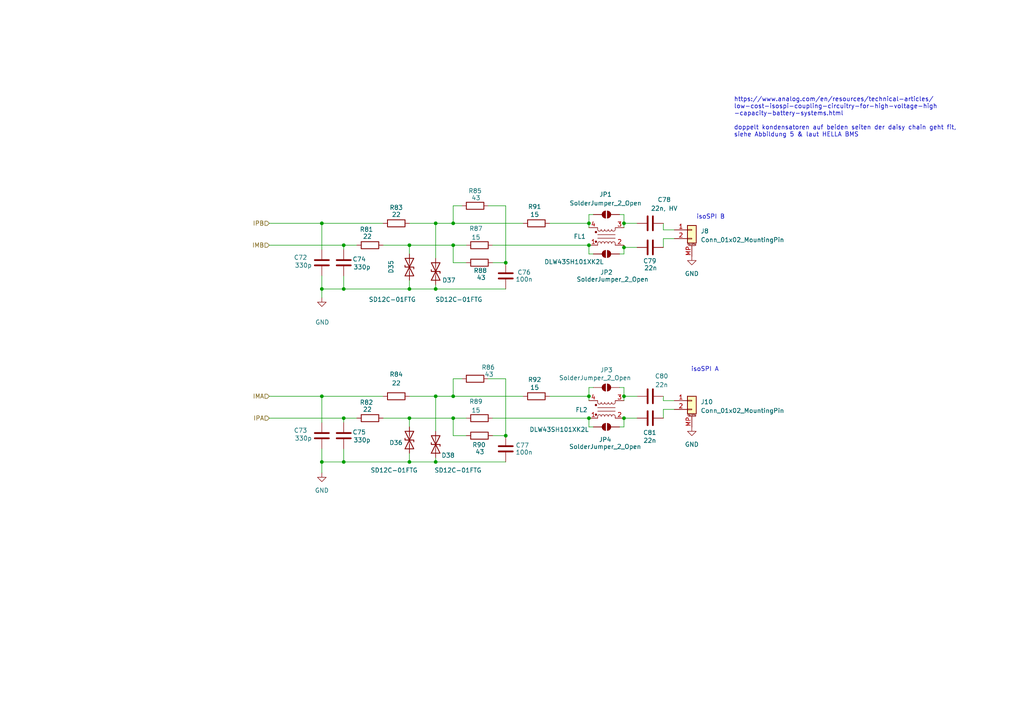
<source format=kicad_sch>
(kicad_sch
	(version 20231120)
	(generator "eeschema")
	(generator_version "8.0")
	(uuid "a829381d-4fea-407c-ade1-115ffa8289a0")
	(paper "A4")
	(lib_symbols
		(symbol "Connector_Generic_MountingPin:Conn_01x02_MountingPin"
			(pin_names
				(offset 1.016) hide)
			(exclude_from_sim no)
			(in_bom yes)
			(on_board yes)
			(property "Reference" "J"
				(at 0 2.54 0)
				(effects
					(font
						(size 1.27 1.27)
					)
				)
			)
			(property "Value" "Conn_01x02_MountingPin"
				(at 1.27 -5.08 0)
				(effects
					(font
						(size 1.27 1.27)
					)
					(justify left)
				)
			)
			(property "Footprint" ""
				(at 0 0 0)
				(effects
					(font
						(size 1.27 1.27)
					)
					(hide yes)
				)
			)
			(property "Datasheet" "~"
				(at 0 0 0)
				(effects
					(font
						(size 1.27 1.27)
					)
					(hide yes)
				)
			)
			(property "Description" "Generic connectable mounting pin connector, single row, 01x02, script generated (kicad-library-utils/schlib/autogen/connector/)"
				(at 0 0 0)
				(effects
					(font
						(size 1.27 1.27)
					)
					(hide yes)
				)
			)
			(property "ki_keywords" "connector"
				(at 0 0 0)
				(effects
					(font
						(size 1.27 1.27)
					)
					(hide yes)
				)
			)
			(property "ki_fp_filters" "Connector*:*_1x??-1MP*"
				(at 0 0 0)
				(effects
					(font
						(size 1.27 1.27)
					)
					(hide yes)
				)
			)
			(symbol "Conn_01x02_MountingPin_1_1"
				(rectangle
					(start -1.27 -2.413)
					(end 0 -2.667)
					(stroke
						(width 0.1524)
						(type default)
					)
					(fill
						(type none)
					)
				)
				(rectangle
					(start -1.27 0.127)
					(end 0 -0.127)
					(stroke
						(width 0.1524)
						(type default)
					)
					(fill
						(type none)
					)
				)
				(rectangle
					(start -1.27 1.27)
					(end 1.27 -3.81)
					(stroke
						(width 0.254)
						(type default)
					)
					(fill
						(type background)
					)
				)
				(polyline
					(pts
						(xy -1.016 -4.572) (xy 1.016 -4.572)
					)
					(stroke
						(width 0.1524)
						(type default)
					)
					(fill
						(type none)
					)
				)
				(text "Mounting"
					(at 0 -4.191 0)
					(effects
						(font
							(size 0.381 0.381)
						)
					)
				)
				(pin passive line
					(at -5.08 0 0)
					(length 3.81)
					(name "Pin_1"
						(effects
							(font
								(size 1.27 1.27)
							)
						)
					)
					(number "1"
						(effects
							(font
								(size 1.27 1.27)
							)
						)
					)
				)
				(pin passive line
					(at -5.08 -2.54 0)
					(length 3.81)
					(name "Pin_2"
						(effects
							(font
								(size 1.27 1.27)
							)
						)
					)
					(number "2"
						(effects
							(font
								(size 1.27 1.27)
							)
						)
					)
				)
				(pin passive line
					(at 0 -7.62 90)
					(length 3.048)
					(name "MountPin"
						(effects
							(font
								(size 1.27 1.27)
							)
						)
					)
					(number "MP"
						(effects
							(font
								(size 1.27 1.27)
							)
						)
					)
				)
			)
		)
		(symbol "Device:C"
			(pin_numbers hide)
			(pin_names
				(offset 0.254)
			)
			(exclude_from_sim no)
			(in_bom yes)
			(on_board yes)
			(property "Reference" "C"
				(at 0.635 2.54 0)
				(effects
					(font
						(size 1.27 1.27)
					)
					(justify left)
				)
			)
			(property "Value" "C"
				(at 0.635 -2.54 0)
				(effects
					(font
						(size 1.27 1.27)
					)
					(justify left)
				)
			)
			(property "Footprint" ""
				(at 0.9652 -3.81 0)
				(effects
					(font
						(size 1.27 1.27)
					)
					(hide yes)
				)
			)
			(property "Datasheet" "~"
				(at 0 0 0)
				(effects
					(font
						(size 1.27 1.27)
					)
					(hide yes)
				)
			)
			(property "Description" "Unpolarized capacitor"
				(at 0 0 0)
				(effects
					(font
						(size 1.27 1.27)
					)
					(hide yes)
				)
			)
			(property "ki_keywords" "cap capacitor"
				(at 0 0 0)
				(effects
					(font
						(size 1.27 1.27)
					)
					(hide yes)
				)
			)
			(property "ki_fp_filters" "C_*"
				(at 0 0 0)
				(effects
					(font
						(size 1.27 1.27)
					)
					(hide yes)
				)
			)
			(symbol "C_0_1"
				(polyline
					(pts
						(xy -2.032 -0.762) (xy 2.032 -0.762)
					)
					(stroke
						(width 0.508)
						(type default)
					)
					(fill
						(type none)
					)
				)
				(polyline
					(pts
						(xy -2.032 0.762) (xy 2.032 0.762)
					)
					(stroke
						(width 0.508)
						(type default)
					)
					(fill
						(type none)
					)
				)
			)
			(symbol "C_1_1"
				(pin passive line
					(at 0 3.81 270)
					(length 2.794)
					(name "~"
						(effects
							(font
								(size 1.27 1.27)
							)
						)
					)
					(number "1"
						(effects
							(font
								(size 1.27 1.27)
							)
						)
					)
				)
				(pin passive line
					(at 0 -3.81 90)
					(length 2.794)
					(name "~"
						(effects
							(font
								(size 1.27 1.27)
							)
						)
					)
					(number "2"
						(effects
							(font
								(size 1.27 1.27)
							)
						)
					)
				)
			)
		)
		(symbol "Device:D_TVS"
			(pin_numbers hide)
			(pin_names
				(offset 1.016) hide)
			(exclude_from_sim no)
			(in_bom yes)
			(on_board yes)
			(property "Reference" "D"
				(at 0 2.54 0)
				(effects
					(font
						(size 1.27 1.27)
					)
				)
			)
			(property "Value" "D_TVS"
				(at 0 -2.54 0)
				(effects
					(font
						(size 1.27 1.27)
					)
				)
			)
			(property "Footprint" ""
				(at 0 0 0)
				(effects
					(font
						(size 1.27 1.27)
					)
					(hide yes)
				)
			)
			(property "Datasheet" "~"
				(at 0 0 0)
				(effects
					(font
						(size 1.27 1.27)
					)
					(hide yes)
				)
			)
			(property "Description" "Bidirectional transient-voltage-suppression diode"
				(at 0 0 0)
				(effects
					(font
						(size 1.27 1.27)
					)
					(hide yes)
				)
			)
			(property "ki_keywords" "diode TVS thyrector"
				(at 0 0 0)
				(effects
					(font
						(size 1.27 1.27)
					)
					(hide yes)
				)
			)
			(property "ki_fp_filters" "TO-???* *_Diode_* *SingleDiode* D_*"
				(at 0 0 0)
				(effects
					(font
						(size 1.27 1.27)
					)
					(hide yes)
				)
			)
			(symbol "D_TVS_0_1"
				(polyline
					(pts
						(xy 1.27 0) (xy -1.27 0)
					)
					(stroke
						(width 0)
						(type default)
					)
					(fill
						(type none)
					)
				)
				(polyline
					(pts
						(xy 0.508 1.27) (xy 0 1.27) (xy 0 -1.27) (xy -0.508 -1.27)
					)
					(stroke
						(width 0.254)
						(type default)
					)
					(fill
						(type none)
					)
				)
				(polyline
					(pts
						(xy -2.54 1.27) (xy -2.54 -1.27) (xy 2.54 1.27) (xy 2.54 -1.27) (xy -2.54 1.27)
					)
					(stroke
						(width 0.254)
						(type default)
					)
					(fill
						(type none)
					)
				)
			)
			(symbol "D_TVS_1_1"
				(pin passive line
					(at -3.81 0 0)
					(length 2.54)
					(name "A1"
						(effects
							(font
								(size 1.27 1.27)
							)
						)
					)
					(number "1"
						(effects
							(font
								(size 1.27 1.27)
							)
						)
					)
				)
				(pin passive line
					(at 3.81 0 180)
					(length 2.54)
					(name "A2"
						(effects
							(font
								(size 1.27 1.27)
							)
						)
					)
					(number "2"
						(effects
							(font
								(size 1.27 1.27)
							)
						)
					)
				)
			)
		)
		(symbol "Device:R"
			(pin_numbers hide)
			(pin_names
				(offset 0)
			)
			(exclude_from_sim no)
			(in_bom yes)
			(on_board yes)
			(property "Reference" "R"
				(at 2.032 0 90)
				(effects
					(font
						(size 1.27 1.27)
					)
				)
			)
			(property "Value" "R"
				(at 0 0 90)
				(effects
					(font
						(size 1.27 1.27)
					)
				)
			)
			(property "Footprint" ""
				(at -1.778 0 90)
				(effects
					(font
						(size 1.27 1.27)
					)
					(hide yes)
				)
			)
			(property "Datasheet" "~"
				(at 0 0 0)
				(effects
					(font
						(size 1.27 1.27)
					)
					(hide yes)
				)
			)
			(property "Description" "Resistor"
				(at 0 0 0)
				(effects
					(font
						(size 1.27 1.27)
					)
					(hide yes)
				)
			)
			(property "ki_keywords" "R res resistor"
				(at 0 0 0)
				(effects
					(font
						(size 1.27 1.27)
					)
					(hide yes)
				)
			)
			(property "ki_fp_filters" "R_*"
				(at 0 0 0)
				(effects
					(font
						(size 1.27 1.27)
					)
					(hide yes)
				)
			)
			(symbol "R_0_1"
				(rectangle
					(start -1.016 -2.54)
					(end 1.016 2.54)
					(stroke
						(width 0.254)
						(type default)
					)
					(fill
						(type none)
					)
				)
			)
			(symbol "R_1_1"
				(pin passive line
					(at 0 3.81 270)
					(length 1.27)
					(name "~"
						(effects
							(font
								(size 1.27 1.27)
							)
						)
					)
					(number "1"
						(effects
							(font
								(size 1.27 1.27)
							)
						)
					)
				)
				(pin passive line
					(at 0 -3.81 90)
					(length 1.27)
					(name "~"
						(effects
							(font
								(size 1.27 1.27)
							)
						)
					)
					(number "2"
						(effects
							(font
								(size 1.27 1.27)
							)
						)
					)
				)
			)
		)
		(symbol "Filter:Choke_Coilcraft_0603USB-222"
			(pin_names
				(offset 0.254) hide)
			(exclude_from_sim no)
			(in_bom yes)
			(on_board yes)
			(property "Reference" "FL"
				(at 0 4.445 0)
				(effects
					(font
						(size 1.27 1.27)
					)
				)
			)
			(property "Value" "Choke_Coilcraft_0603USB-222"
				(at 0 -4.445 0)
				(effects
					(font
						(size 1.27 1.27)
					)
				)
			)
			(property "Footprint" "Inductor_SMD:L_CommonModeChoke_Coilcraft_0603USB"
				(at 0 -6.35 0)
				(effects
					(font
						(size 1.27 1.27)
					)
					(hide yes)
				)
			)
			(property "Datasheet" "https://www.coilcraft.com/pdfs/0603usb.pdf"
				(at 0 -8.255 0)
				(effects
					(font
						(size 1.27 1.27)
					)
					(hide yes)
				)
			)
			(property "Description" "Common mode choke, 500mA, 250VAC, 150nH, 209mohm, 0.96Ghz, "
				(at 0 0 0)
				(effects
					(font
						(size 1.27 1.27)
					)
					(hide yes)
				)
			)
			(property "ki_keywords" "common-mode common mode choke signal line filter"
				(at 0 0 0)
				(effects
					(font
						(size 1.27 1.27)
					)
					(hide yes)
				)
			)
			(property "ki_fp_filters" "L*CommonModeChoke*Coilcraft*0603USB*"
				(at 0 0 0)
				(effects
					(font
						(size 1.27 1.27)
					)
					(hide yes)
				)
			)
			(symbol "Choke_Coilcraft_0603USB-222_0_1"
				(circle
					(center -3.048 -1.27)
					(radius 0.254)
					(stroke
						(width 0)
						(type default)
					)
					(fill
						(type outline)
					)
				)
				(circle
					(center -3.048 1.524)
					(radius 0.254)
					(stroke
						(width 0)
						(type default)
					)
					(fill
						(type outline)
					)
				)
				(arc
					(start -2.54 2.032)
					(mid -2.032 1.5262)
					(end -1.524 2.032)
					(stroke
						(width 0)
						(type default)
					)
					(fill
						(type none)
					)
				)
				(arc
					(start -1.524 -2.032)
					(mid -2.032 -1.5262)
					(end -2.54 -2.032)
					(stroke
						(width 0)
						(type default)
					)
					(fill
						(type none)
					)
				)
				(arc
					(start -1.524 2.032)
					(mid -1.016 1.5262)
					(end -0.508 2.032)
					(stroke
						(width 0)
						(type default)
					)
					(fill
						(type none)
					)
				)
				(arc
					(start -0.508 -2.032)
					(mid -1.016 -1.5262)
					(end -1.524 -2.032)
					(stroke
						(width 0)
						(type default)
					)
					(fill
						(type none)
					)
				)
				(arc
					(start -0.508 2.032)
					(mid 0 1.5262)
					(end 0.508 2.032)
					(stroke
						(width 0)
						(type default)
					)
					(fill
						(type none)
					)
				)
				(polyline
					(pts
						(xy -2.54 -2.032) (xy -2.54 -2.54)
					)
					(stroke
						(width 0)
						(type default)
					)
					(fill
						(type none)
					)
				)
				(polyline
					(pts
						(xy -2.54 0.508) (xy 2.54 0.508)
					)
					(stroke
						(width 0)
						(type default)
					)
					(fill
						(type none)
					)
				)
				(polyline
					(pts
						(xy -2.54 2.032) (xy -2.54 2.54)
					)
					(stroke
						(width 0)
						(type default)
					)
					(fill
						(type none)
					)
				)
				(polyline
					(pts
						(xy 2.54 -2.032) (xy 2.54 -2.54)
					)
					(stroke
						(width 0)
						(type default)
					)
					(fill
						(type none)
					)
				)
				(polyline
					(pts
						(xy 2.54 -0.508) (xy -2.54 -0.508)
					)
					(stroke
						(width 0)
						(type default)
					)
					(fill
						(type none)
					)
				)
				(polyline
					(pts
						(xy 2.54 2.54) (xy 2.54 2.032)
					)
					(stroke
						(width 0)
						(type default)
					)
					(fill
						(type none)
					)
				)
				(arc
					(start 0.508 -2.032)
					(mid 0 -1.5262)
					(end -0.508 -2.032)
					(stroke
						(width 0)
						(type default)
					)
					(fill
						(type none)
					)
				)
				(arc
					(start 0.508 2.032)
					(mid 1.016 1.5262)
					(end 1.524 2.032)
					(stroke
						(width 0)
						(type default)
					)
					(fill
						(type none)
					)
				)
				(arc
					(start 1.524 -2.032)
					(mid 1.016 -1.5262)
					(end 0.508 -2.032)
					(stroke
						(width 0)
						(type default)
					)
					(fill
						(type none)
					)
				)
				(arc
					(start 1.524 2.032)
					(mid 2.032 1.5262)
					(end 2.54 2.032)
					(stroke
						(width 0)
						(type default)
					)
					(fill
						(type none)
					)
				)
				(arc
					(start 2.54 -2.032)
					(mid 2.032 -1.5262)
					(end 1.524 -2.032)
					(stroke
						(width 0)
						(type default)
					)
					(fill
						(type none)
					)
				)
			)
			(symbol "Choke_Coilcraft_0603USB-222_1_1"
				(pin passive line
					(at -5.08 2.54 0)
					(length 2.54)
					(name "1"
						(effects
							(font
								(size 1.27 1.27)
							)
						)
					)
					(number "1"
						(effects
							(font
								(size 1.27 1.27)
							)
						)
					)
				)
				(pin passive line
					(at 5.08 2.54 180)
					(length 2.54)
					(name "2"
						(effects
							(font
								(size 1.27 1.27)
							)
						)
					)
					(number "2"
						(effects
							(font
								(size 1.27 1.27)
							)
						)
					)
				)
				(pin passive line
					(at 5.08 -2.54 180)
					(length 2.54)
					(name "3"
						(effects
							(font
								(size 1.27 1.27)
							)
						)
					)
					(number "3"
						(effects
							(font
								(size 1.27 1.27)
							)
						)
					)
				)
				(pin passive line
					(at -5.08 -2.54 0)
					(length 2.54)
					(name "4"
						(effects
							(font
								(size 1.27 1.27)
							)
						)
					)
					(number "4"
						(effects
							(font
								(size 1.27 1.27)
							)
						)
					)
				)
			)
		)
		(symbol "Jumper:SolderJumper_2_Open"
			(pin_numbers hide)
			(pin_names
				(offset 0) hide)
			(exclude_from_sim yes)
			(in_bom no)
			(on_board yes)
			(property "Reference" "JP"
				(at 0 2.032 0)
				(effects
					(font
						(size 1.27 1.27)
					)
				)
			)
			(property "Value" "SolderJumper_2_Open"
				(at 0 -2.54 0)
				(effects
					(font
						(size 1.27 1.27)
					)
				)
			)
			(property "Footprint" ""
				(at 0 0 0)
				(effects
					(font
						(size 1.27 1.27)
					)
					(hide yes)
				)
			)
			(property "Datasheet" "~"
				(at 0 0 0)
				(effects
					(font
						(size 1.27 1.27)
					)
					(hide yes)
				)
			)
			(property "Description" "Solder Jumper, 2-pole, open"
				(at 0 0 0)
				(effects
					(font
						(size 1.27 1.27)
					)
					(hide yes)
				)
			)
			(property "ki_keywords" "solder jumper SPST"
				(at 0 0 0)
				(effects
					(font
						(size 1.27 1.27)
					)
					(hide yes)
				)
			)
			(property "ki_fp_filters" "SolderJumper*Open*"
				(at 0 0 0)
				(effects
					(font
						(size 1.27 1.27)
					)
					(hide yes)
				)
			)
			(symbol "SolderJumper_2_Open_0_1"
				(arc
					(start -0.254 1.016)
					(mid -1.2656 0)
					(end -0.254 -1.016)
					(stroke
						(width 0)
						(type default)
					)
					(fill
						(type none)
					)
				)
				(arc
					(start -0.254 1.016)
					(mid -1.2656 0)
					(end -0.254 -1.016)
					(stroke
						(width 0)
						(type default)
					)
					(fill
						(type outline)
					)
				)
				(polyline
					(pts
						(xy -0.254 1.016) (xy -0.254 -1.016)
					)
					(stroke
						(width 0)
						(type default)
					)
					(fill
						(type none)
					)
				)
				(polyline
					(pts
						(xy 0.254 1.016) (xy 0.254 -1.016)
					)
					(stroke
						(width 0)
						(type default)
					)
					(fill
						(type none)
					)
				)
				(arc
					(start 0.254 -1.016)
					(mid 1.2656 0)
					(end 0.254 1.016)
					(stroke
						(width 0)
						(type default)
					)
					(fill
						(type none)
					)
				)
				(arc
					(start 0.254 -1.016)
					(mid 1.2656 0)
					(end 0.254 1.016)
					(stroke
						(width 0)
						(type default)
					)
					(fill
						(type outline)
					)
				)
			)
			(symbol "SolderJumper_2_Open_1_1"
				(pin passive line
					(at -3.81 0 0)
					(length 2.54)
					(name "A"
						(effects
							(font
								(size 1.27 1.27)
							)
						)
					)
					(number "1"
						(effects
							(font
								(size 1.27 1.27)
							)
						)
					)
				)
				(pin passive line
					(at 3.81 0 180)
					(length 2.54)
					(name "B"
						(effects
							(font
								(size 1.27 1.27)
							)
						)
					)
					(number "2"
						(effects
							(font
								(size 1.27 1.27)
							)
						)
					)
				)
			)
		)
		(symbol "power:GND"
			(power)
			(pin_numbers hide)
			(pin_names
				(offset 0) hide)
			(exclude_from_sim no)
			(in_bom yes)
			(on_board yes)
			(property "Reference" "#PWR"
				(at 0 -6.35 0)
				(effects
					(font
						(size 1.27 1.27)
					)
					(hide yes)
				)
			)
			(property "Value" "GND"
				(at 0 -3.81 0)
				(effects
					(font
						(size 1.27 1.27)
					)
				)
			)
			(property "Footprint" ""
				(at 0 0 0)
				(effects
					(font
						(size 1.27 1.27)
					)
					(hide yes)
				)
			)
			(property "Datasheet" ""
				(at 0 0 0)
				(effects
					(font
						(size 1.27 1.27)
					)
					(hide yes)
				)
			)
			(property "Description" "Power symbol creates a global label with name \"GND\" , ground"
				(at 0 0 0)
				(effects
					(font
						(size 1.27 1.27)
					)
					(hide yes)
				)
			)
			(property "ki_keywords" "global power"
				(at 0 0 0)
				(effects
					(font
						(size 1.27 1.27)
					)
					(hide yes)
				)
			)
			(symbol "GND_0_1"
				(polyline
					(pts
						(xy 0 0) (xy 0 -1.27) (xy 1.27 -1.27) (xy 0 -2.54) (xy -1.27 -1.27) (xy 0 -1.27)
					)
					(stroke
						(width 0)
						(type default)
					)
					(fill
						(type none)
					)
				)
			)
			(symbol "GND_1_1"
				(pin power_in line
					(at 0 0 270)
					(length 0)
					(name "~"
						(effects
							(font
								(size 1.27 1.27)
							)
						)
					)
					(number "1"
						(effects
							(font
								(size 1.27 1.27)
							)
						)
					)
				)
			)
		)
	)
	(junction
		(at 131.445 121.285)
		(diameter 0)
		(color 0 0 0 0)
		(uuid "20bf75b0-dea2-4c9a-8156-68ee9ed80b80")
	)
	(junction
		(at 99.695 83.82)
		(diameter 0)
		(color 0 0 0 0)
		(uuid "2117f12b-d309-4bef-b9a3-1c26aac3e3f2")
	)
	(junction
		(at 93.345 83.82)
		(diameter 0)
		(color 0 0 0 0)
		(uuid "3301cf26-aaed-48c7-93a2-b659b7d4c9f6")
	)
	(junction
		(at 118.745 71.12)
		(diameter 0)
		(color 0 0 0 0)
		(uuid "35c814df-b143-4b4d-aaa3-ede891e28bfa")
	)
	(junction
		(at 170.815 71.12)
		(diameter 0)
		(color 0 0 0 0)
		(uuid "3be36621-0ccc-4deb-803d-b05d37625fef")
	)
	(junction
		(at 180.975 114.935)
		(diameter 0)
		(color 0 0 0 0)
		(uuid "49661d41-b7ec-43d8-a7d5-728f00a36b91")
	)
	(junction
		(at 170.815 114.935)
		(diameter 0)
		(color 0 0 0 0)
		(uuid "4b69d4ad-0c19-435d-9ccf-168b2c4ea048")
	)
	(junction
		(at 126.365 114.935)
		(diameter 0)
		(color 0 0 0 0)
		(uuid "5bb92f49-2931-4534-8ce9-30a6d54a9ac4")
	)
	(junction
		(at 180.975 64.77)
		(diameter 0)
		(color 0 0 0 0)
		(uuid "5c947694-5d5a-469a-8e27-e4d0e0349f1f")
	)
	(junction
		(at 93.345 114.935)
		(diameter 0)
		(color 0 0 0 0)
		(uuid "5d53d5f3-672a-4984-a25d-144138b17f23")
	)
	(junction
		(at 99.695 121.285)
		(diameter 0)
		(color 0 0 0 0)
		(uuid "5e83fce1-b29c-4cd9-84c0-72eb19e8b5cb")
	)
	(junction
		(at 99.695 133.985)
		(diameter 0)
		(color 0 0 0 0)
		(uuid "7e92cec6-9a8d-4e7e-b7dd-60d1a83e266c")
	)
	(junction
		(at 126.365 83.82)
		(diameter 0)
		(color 0 0 0 0)
		(uuid "81f43af8-7504-4953-9943-182a0acf170e")
	)
	(junction
		(at 146.685 126.365)
		(diameter 0)
		(color 0 0 0 0)
		(uuid "8c294957-fdb1-492d-9439-17ad32878601")
	)
	(junction
		(at 118.745 133.985)
		(diameter 0)
		(color 0 0 0 0)
		(uuid "95a7349f-129c-4669-adf5-e050237c2978")
	)
	(junction
		(at 126.365 64.77)
		(diameter 0)
		(color 0 0 0 0)
		(uuid "a9a880cc-b383-485e-83df-807612196d89")
	)
	(junction
		(at 131.445 114.935)
		(diameter 0)
		(color 0 0 0 0)
		(uuid "a9a8de09-bb09-4d92-9857-c8401a41aea8")
	)
	(junction
		(at 118.745 121.285)
		(diameter 0)
		(color 0 0 0 0)
		(uuid "adcb7473-676d-452e-82df-aa6d8d52a260")
	)
	(junction
		(at 93.345 64.77)
		(diameter 0)
		(color 0 0 0 0)
		(uuid "af8eab40-cd27-4b83-892a-e4a6b5f9bad0")
	)
	(junction
		(at 93.345 133.985)
		(diameter 0)
		(color 0 0 0 0)
		(uuid "bb39a16e-fe91-4ffa-ba65-1093cbb17f8b")
	)
	(junction
		(at 131.445 64.77)
		(diameter 0)
		(color 0 0 0 0)
		(uuid "c87d9d64-f8cc-4f71-a1da-cf6614dd103e")
	)
	(junction
		(at 126.365 133.985)
		(diameter 0)
		(color 0 0 0 0)
		(uuid "cb19a8a9-7eb9-4615-833a-fbdbda0ea477")
	)
	(junction
		(at 180.975 121.285)
		(diameter 0)
		(color 0 0 0 0)
		(uuid "d39a4faf-176d-4355-96ff-4b448fb242a7")
	)
	(junction
		(at 131.445 71.12)
		(diameter 0)
		(color 0 0 0 0)
		(uuid "d7c86cfb-9625-438b-806b-3fdb816edd2b")
	)
	(junction
		(at 170.815 64.77)
		(diameter 0)
		(color 0 0 0 0)
		(uuid "d893587c-030f-442e-b25b-899fd754c6c3")
	)
	(junction
		(at 99.695 71.12)
		(diameter 0)
		(color 0 0 0 0)
		(uuid "e70cabff-fd8e-4c89-9c94-cc6a180d9ca7")
	)
	(junction
		(at 180.975 71.755)
		(diameter 0)
		(color 0 0 0 0)
		(uuid "efe41e19-a1c2-42fd-a0ad-170fc2f945fc")
	)
	(junction
		(at 118.745 83.82)
		(diameter 0)
		(color 0 0 0 0)
		(uuid "f3e3140e-204e-4f32-aa59-52dcefe2c591")
	)
	(junction
		(at 146.685 76.2)
		(diameter 0)
		(color 0 0 0 0)
		(uuid "fbd9b3db-68a3-4b54-b81f-46d08b9d3cef")
	)
	(junction
		(at 170.815 121.285)
		(diameter 0)
		(color 0 0 0 0)
		(uuid "fcd8f11d-6a78-43cc-bc73-9da5eae2f8b5")
	)
	(wire
		(pts
			(xy 170.815 71.12) (xy 170.815 73.66)
		)
		(stroke
			(width 0)
			(type default)
		)
		(uuid "0750a4f5-30f7-474c-ae19-699aef4ad2e4")
	)
	(wire
		(pts
			(xy 142.875 121.285) (xy 170.815 121.285)
		)
		(stroke
			(width 0)
			(type default)
		)
		(uuid "086cce70-ab37-49e5-a4ba-a2ba639eea92")
	)
	(wire
		(pts
			(xy 126.365 114.935) (xy 131.445 114.935)
		)
		(stroke
			(width 0)
			(type default)
		)
		(uuid "09f0abd4-e08f-4326-b628-dee8f2089b94")
	)
	(wire
		(pts
			(xy 126.365 83.82) (xy 146.685 83.82)
		)
		(stroke
			(width 0)
			(type default)
		)
		(uuid "0ac8b205-891c-4a6f-8ffd-05da6d89d659")
	)
	(wire
		(pts
			(xy 93.345 133.985) (xy 99.695 133.985)
		)
		(stroke
			(width 0)
			(type default)
		)
		(uuid "0e89915a-5616-4579-b54f-8fb87e01ca39")
	)
	(wire
		(pts
			(xy 131.445 114.935) (xy 131.445 109.855)
		)
		(stroke
			(width 0)
			(type default)
		)
		(uuid "104417ea-7528-4b61-96bc-f4c4b85c862d")
	)
	(wire
		(pts
			(xy 192.405 69.215) (xy 195.58 69.215)
		)
		(stroke
			(width 0)
			(type default)
		)
		(uuid "1091c10c-eef7-4766-8bbd-338a3232ad30")
	)
	(wire
		(pts
			(xy 180.975 121.285) (xy 184.785 121.285)
		)
		(stroke
			(width 0)
			(type default)
		)
		(uuid "10eb43b2-2de2-4fc3-9810-e6593f77ba89")
	)
	(wire
		(pts
			(xy 93.345 72.39) (xy 93.345 64.77)
		)
		(stroke
			(width 0)
			(type default)
		)
		(uuid "113635c8-d1c4-4e59-aecf-230d1dd98ede")
	)
	(wire
		(pts
			(xy 179.705 62.23) (xy 180.975 62.23)
		)
		(stroke
			(width 0)
			(type default)
		)
		(uuid "123e5df9-fd32-46f8-9eed-5707cea836cb")
	)
	(wire
		(pts
			(xy 170.815 116.205) (xy 170.815 114.935)
		)
		(stroke
			(width 0)
			(type default)
		)
		(uuid "18183fc5-3af3-488e-93af-eb95f85c557a")
	)
	(wire
		(pts
			(xy 131.445 64.77) (xy 131.445 59.69)
		)
		(stroke
			(width 0)
			(type default)
		)
		(uuid "1c2b1c53-e95e-41c2-9e77-f0aeed946ff5")
	)
	(wire
		(pts
			(xy 126.365 133.985) (xy 146.685 133.985)
		)
		(stroke
			(width 0)
			(type default)
		)
		(uuid "1d15db8b-2ecb-4cc5-b8c1-803d8ff0c52f")
	)
	(wire
		(pts
			(xy 131.445 114.935) (xy 151.765 114.935)
		)
		(stroke
			(width 0)
			(type default)
		)
		(uuid "1e4628cf-0d2b-41f7-b912-4896ab639316")
	)
	(wire
		(pts
			(xy 170.815 112.395) (xy 170.815 114.935)
		)
		(stroke
			(width 0)
			(type default)
		)
		(uuid "1e61e979-414b-413e-9cb0-3b7f9021c607")
	)
	(wire
		(pts
			(xy 99.695 121.285) (xy 78.105 121.285)
		)
		(stroke
			(width 0)
			(type default)
		)
		(uuid "21d7735d-566f-43ee-860e-b2ffb4e750a7")
	)
	(wire
		(pts
			(xy 170.815 64.77) (xy 159.385 64.77)
		)
		(stroke
			(width 0)
			(type default)
		)
		(uuid "2346bd7a-b789-41aa-aa2a-2280521bf279")
	)
	(wire
		(pts
			(xy 118.745 64.77) (xy 126.365 64.77)
		)
		(stroke
			(width 0)
			(type default)
		)
		(uuid "269d8ca1-41b5-424e-9dd3-16c9d1be7f9b")
	)
	(wire
		(pts
			(xy 118.745 121.285) (xy 118.745 123.825)
		)
		(stroke
			(width 0)
			(type default)
		)
		(uuid "2ed4ed78-45da-4f83-a242-47653d991cfe")
	)
	(wire
		(pts
			(xy 118.745 83.82) (xy 126.365 83.82)
		)
		(stroke
			(width 0)
			(type default)
		)
		(uuid "2f4d2620-2101-4dc8-a7ab-51600a291f5e")
	)
	(wire
		(pts
			(xy 131.445 59.69) (xy 133.985 59.69)
		)
		(stroke
			(width 0)
			(type default)
		)
		(uuid "328cad01-5d00-486c-83e2-ff7945bf9324")
	)
	(wire
		(pts
			(xy 118.745 71.12) (xy 131.445 71.12)
		)
		(stroke
			(width 0)
			(type default)
		)
		(uuid "3333f0be-92ac-4668-8cd8-7d934067e34c")
	)
	(wire
		(pts
			(xy 118.745 71.12) (xy 118.745 73.66)
		)
		(stroke
			(width 0)
			(type default)
		)
		(uuid "35b9ab6e-b7b8-435a-94d1-ea232c703857")
	)
	(wire
		(pts
			(xy 192.405 116.205) (xy 195.58 116.205)
		)
		(stroke
			(width 0)
			(type default)
		)
		(uuid "3981bb72-8b97-4286-b13a-7ec86f200f97")
	)
	(wire
		(pts
			(xy 99.695 72.39) (xy 99.695 71.12)
		)
		(stroke
			(width 0)
			(type default)
		)
		(uuid "39a2bcb2-579e-4468-a6d3-d5ef293e137c")
	)
	(wire
		(pts
			(xy 170.815 62.23) (xy 172.085 62.23)
		)
		(stroke
			(width 0)
			(type default)
		)
		(uuid "3f191178-e730-4351-a13e-1b24b89bab6b")
	)
	(wire
		(pts
			(xy 180.975 116.205) (xy 180.975 114.935)
		)
		(stroke
			(width 0)
			(type default)
		)
		(uuid "4088755c-7e35-44e3-ba3f-b31e69174b0a")
	)
	(wire
		(pts
			(xy 146.685 126.365) (xy 142.875 126.365)
		)
		(stroke
			(width 0)
			(type default)
		)
		(uuid "40d32277-d72d-45e2-92b7-df477ef5b907")
	)
	(wire
		(pts
			(xy 118.745 81.28) (xy 118.745 83.82)
		)
		(stroke
			(width 0)
			(type default)
		)
		(uuid "41717c93-d3cb-47d8-855f-88d8e8b071e3")
	)
	(wire
		(pts
			(xy 131.445 126.365) (xy 135.255 126.365)
		)
		(stroke
			(width 0)
			(type default)
		)
		(uuid "427bbaa7-ac9e-49a3-9ce8-8d20958f1379")
	)
	(wire
		(pts
			(xy 146.685 109.855) (xy 146.685 126.365)
		)
		(stroke
			(width 0)
			(type default)
		)
		(uuid "43314b7d-e82f-404c-9083-71a6e8984bc8")
	)
	(wire
		(pts
			(xy 170.815 62.23) (xy 170.815 64.77)
		)
		(stroke
			(width 0)
			(type default)
		)
		(uuid "46a95b7b-ccb0-4957-bc01-b0fe687029e8")
	)
	(wire
		(pts
			(xy 126.365 82.55) (xy 126.365 83.82)
		)
		(stroke
			(width 0)
			(type default)
		)
		(uuid "494e8585-d443-4740-9d19-8581f6d0c71c")
	)
	(wire
		(pts
			(xy 192.405 118.745) (xy 195.58 118.745)
		)
		(stroke
			(width 0)
			(type default)
		)
		(uuid "500ca0c7-1eea-48e4-b689-d35c05a75c84")
	)
	(wire
		(pts
			(xy 192.405 71.755) (xy 192.405 69.215)
		)
		(stroke
			(width 0)
			(type default)
		)
		(uuid "50e361e9-3441-4303-96e3-41ec88323920")
	)
	(wire
		(pts
			(xy 179.705 112.395) (xy 180.975 112.395)
		)
		(stroke
			(width 0)
			(type default)
		)
		(uuid "51c6edc5-58f5-4800-8d91-923203fc672b")
	)
	(wire
		(pts
			(xy 180.975 62.23) (xy 180.975 64.77)
		)
		(stroke
			(width 0)
			(type default)
		)
		(uuid "55a7cb3e-8a02-4b68-ad2b-9fa803f8a403")
	)
	(wire
		(pts
			(xy 170.815 73.66) (xy 172.085 73.66)
		)
		(stroke
			(width 0)
			(type default)
		)
		(uuid "55d0a011-aa77-4733-8302-72558e47f63b")
	)
	(wire
		(pts
			(xy 126.365 132.715) (xy 126.365 133.985)
		)
		(stroke
			(width 0)
			(type default)
		)
		(uuid "57ba496a-0e0e-44dc-a2be-f4abf09bb9cd")
	)
	(wire
		(pts
			(xy 180.975 112.395) (xy 180.975 114.935)
		)
		(stroke
			(width 0)
			(type default)
		)
		(uuid "5f688f12-73eb-4849-8d37-859ab25a5051")
	)
	(wire
		(pts
			(xy 131.445 76.2) (xy 135.255 76.2)
		)
		(stroke
			(width 0)
			(type default)
		)
		(uuid "6104b727-58a4-4549-91db-4923fc3461f8")
	)
	(wire
		(pts
			(xy 180.975 114.935) (xy 184.785 114.935)
		)
		(stroke
			(width 0)
			(type default)
		)
		(uuid "61467652-5643-4079-a8e2-eb26ed154855")
	)
	(wire
		(pts
			(xy 93.345 122.555) (xy 93.345 114.935)
		)
		(stroke
			(width 0)
			(type default)
		)
		(uuid "6409858f-43b3-49e1-baf5-e660e4cd2540")
	)
	(wire
		(pts
			(xy 170.815 64.77) (xy 170.815 66.04)
		)
		(stroke
			(width 0)
			(type default)
		)
		(uuid "6a109017-ae74-4edb-8fa9-31dcacf65752")
	)
	(wire
		(pts
			(xy 170.815 121.285) (xy 170.815 123.825)
		)
		(stroke
			(width 0)
			(type default)
		)
		(uuid "6c5dc625-d3f3-4390-9132-be850f57c446")
	)
	(wire
		(pts
			(xy 99.695 80.01) (xy 99.695 83.82)
		)
		(stroke
			(width 0)
			(type default)
		)
		(uuid "6fceb8e8-307e-4758-86cb-888d019759c5")
	)
	(wire
		(pts
			(xy 192.405 121.285) (xy 192.405 118.745)
		)
		(stroke
			(width 0)
			(type default)
		)
		(uuid "74260bb2-24eb-4610-a85c-d628bcd97231")
	)
	(wire
		(pts
			(xy 192.405 64.77) (xy 192.405 66.675)
		)
		(stroke
			(width 0)
			(type default)
		)
		(uuid "7a5276d5-a292-4d9c-aed9-2939637ff5f2")
	)
	(wire
		(pts
			(xy 180.975 71.755) (xy 180.975 71.12)
		)
		(stroke
			(width 0)
			(type default)
		)
		(uuid "7da1ff46-91a3-4451-9f5f-b449b426f76f")
	)
	(wire
		(pts
			(xy 118.745 133.985) (xy 126.365 133.985)
		)
		(stroke
			(width 0)
			(type default)
		)
		(uuid "800ad1ea-20aa-494a-bc6b-d49ab467954c")
	)
	(wire
		(pts
			(xy 99.695 71.12) (xy 103.505 71.12)
		)
		(stroke
			(width 0)
			(type default)
		)
		(uuid "844d3a1c-7e24-4d7b-ad14-0f3de9f6b348")
	)
	(wire
		(pts
			(xy 93.345 114.935) (xy 111.125 114.935)
		)
		(stroke
			(width 0)
			(type default)
		)
		(uuid "851deabe-e77a-4784-b21a-9e1e113e7fb7")
	)
	(wire
		(pts
			(xy 159.385 114.935) (xy 170.815 114.935)
		)
		(stroke
			(width 0)
			(type default)
		)
		(uuid "88087053-7ee5-4842-92de-7c2d8aa8743d")
	)
	(wire
		(pts
			(xy 99.695 83.82) (xy 118.745 83.82)
		)
		(stroke
			(width 0)
			(type default)
		)
		(uuid "89eea947-6770-4539-be6f-09c89b106f8b")
	)
	(wire
		(pts
			(xy 78.105 114.935) (xy 93.345 114.935)
		)
		(stroke
			(width 0)
			(type default)
		)
		(uuid "8cd0d2de-a635-49d0-8fa3-1aa71df1d2db")
	)
	(wire
		(pts
			(xy 126.365 64.77) (xy 131.445 64.77)
		)
		(stroke
			(width 0)
			(type default)
		)
		(uuid "8e78abf1-3325-4712-9c51-afe4bf1b0f8d")
	)
	(wire
		(pts
			(xy 93.345 83.82) (xy 93.345 80.01)
		)
		(stroke
			(width 0)
			(type default)
		)
		(uuid "9063df96-4a5a-44fc-b3e6-85c69cc51193")
	)
	(wire
		(pts
			(xy 118.745 114.935) (xy 126.365 114.935)
		)
		(stroke
			(width 0)
			(type default)
		)
		(uuid "913f32b2-c2b3-4097-859a-fd605a1ccaaf")
	)
	(wire
		(pts
			(xy 170.815 112.395) (xy 172.085 112.395)
		)
		(stroke
			(width 0)
			(type default)
		)
		(uuid "9183307e-3f42-4a62-9684-4268449e9ca3")
	)
	(wire
		(pts
			(xy 99.695 133.985) (xy 118.745 133.985)
		)
		(stroke
			(width 0)
			(type default)
		)
		(uuid "937b9e71-608a-4c03-ad9b-c347fd7dfdc3")
	)
	(wire
		(pts
			(xy 131.445 121.285) (xy 131.445 126.365)
		)
		(stroke
			(width 0)
			(type default)
		)
		(uuid "a048b50f-69be-4467-94eb-f75ec6ef2640")
	)
	(wire
		(pts
			(xy 141.605 59.69) (xy 146.685 59.69)
		)
		(stroke
			(width 0)
			(type default)
		)
		(uuid "a080f55d-8709-4970-8461-cdeca89f0c7c")
	)
	(wire
		(pts
			(xy 131.445 109.855) (xy 133.985 109.855)
		)
		(stroke
			(width 0)
			(type default)
		)
		(uuid "a1cc1674-678a-4ffb-8898-5288cd4dff96")
	)
	(wire
		(pts
			(xy 192.405 114.935) (xy 192.405 116.205)
		)
		(stroke
			(width 0)
			(type default)
		)
		(uuid "a2aeecc8-97e3-49e2-8e94-6b2330dd498d")
	)
	(wire
		(pts
			(xy 180.975 71.755) (xy 180.975 73.66)
		)
		(stroke
			(width 0)
			(type default)
		)
		(uuid "a4755abc-d028-481e-bd1d-ce402335a5ac")
	)
	(wire
		(pts
			(xy 131.445 71.12) (xy 135.255 71.12)
		)
		(stroke
			(width 0)
			(type default)
		)
		(uuid "ae80357e-48e0-4c85-aace-f31ad31ba428")
	)
	(wire
		(pts
			(xy 93.345 137.16) (xy 93.345 133.985)
		)
		(stroke
			(width 0)
			(type default)
		)
		(uuid "afdd947c-38d8-4ea5-a571-4c0a4b3007b0")
	)
	(wire
		(pts
			(xy 146.685 76.2) (xy 142.875 76.2)
		)
		(stroke
			(width 0)
			(type default)
		)
		(uuid "b0239766-27df-4094-8997-1217aac84d63")
	)
	(wire
		(pts
			(xy 99.695 121.285) (xy 103.505 121.285)
		)
		(stroke
			(width 0)
			(type default)
		)
		(uuid "b3d94a2f-535d-49ea-a6e6-e8cb1424ade2")
	)
	(wire
		(pts
			(xy 170.815 123.825) (xy 172.085 123.825)
		)
		(stroke
			(width 0)
			(type default)
		)
		(uuid "b80fc99b-3882-4859-9c80-2eb3d7839550")
	)
	(wire
		(pts
			(xy 126.365 114.935) (xy 126.365 125.095)
		)
		(stroke
			(width 0)
			(type default)
		)
		(uuid "b84a8d32-91b7-49d3-9219-c94b829ee737")
	)
	(wire
		(pts
			(xy 179.705 73.66) (xy 180.975 73.66)
		)
		(stroke
			(width 0)
			(type default)
		)
		(uuid "c2e7246d-2dc4-4cd2-83cd-0f406de6dda7")
	)
	(wire
		(pts
			(xy 118.745 131.445) (xy 118.745 133.985)
		)
		(stroke
			(width 0)
			(type default)
		)
		(uuid "c3c3965d-c1d5-4595-9de3-86abb8ddeaba")
	)
	(wire
		(pts
			(xy 180.975 71.755) (xy 184.785 71.755)
		)
		(stroke
			(width 0)
			(type default)
		)
		(uuid "c4321999-c173-4cce-8e84-bdc271d2466d")
	)
	(wire
		(pts
			(xy 180.975 64.77) (xy 184.785 64.77)
		)
		(stroke
			(width 0)
			(type default)
		)
		(uuid "c704f45e-f24b-4ac2-a65a-0d6cc6fb94c7")
	)
	(wire
		(pts
			(xy 180.975 64.77) (xy 180.975 66.04)
		)
		(stroke
			(width 0)
			(type default)
		)
		(uuid "c7707016-40d6-42ca-8e38-d8a1ad50f1c5")
	)
	(wire
		(pts
			(xy 192.405 66.675) (xy 195.58 66.675)
		)
		(stroke
			(width 0)
			(type default)
		)
		(uuid "c8848af3-b82d-461e-ad8f-1fff2fd87aca")
	)
	(wire
		(pts
			(xy 118.745 121.285) (xy 131.445 121.285)
		)
		(stroke
			(width 0)
			(type default)
		)
		(uuid "cb9c2298-5722-49c2-8e38-336afabd6902")
	)
	(wire
		(pts
			(xy 142.875 71.12) (xy 170.815 71.12)
		)
		(stroke
			(width 0)
			(type default)
		)
		(uuid "cf4d3699-3bf9-4cf8-982d-7ad1fd548a09")
	)
	(wire
		(pts
			(xy 179.705 123.825) (xy 180.975 123.825)
		)
		(stroke
			(width 0)
			(type default)
		)
		(uuid "d50bd989-3e99-42e7-8d18-015619f031c2")
	)
	(wire
		(pts
			(xy 180.975 121.285) (xy 180.975 123.825)
		)
		(stroke
			(width 0)
			(type default)
		)
		(uuid "d595a08c-5bce-4387-99e2-affc2a9edc7c")
	)
	(wire
		(pts
			(xy 131.445 121.285) (xy 135.255 121.285)
		)
		(stroke
			(width 0)
			(type default)
		)
		(uuid "d87be176-971c-40e9-b1ff-85f7c19cdd04")
	)
	(wire
		(pts
			(xy 93.345 83.82) (xy 99.695 83.82)
		)
		(stroke
			(width 0)
			(type default)
		)
		(uuid "d982f356-bb96-4732-8f31-8d20e29ec0de")
	)
	(wire
		(pts
			(xy 78.105 71.12) (xy 99.695 71.12)
		)
		(stroke
			(width 0)
			(type default)
		)
		(uuid "da98ec79-4dd4-4434-97b2-260a2384a092")
	)
	(wire
		(pts
			(xy 146.685 59.69) (xy 146.685 76.2)
		)
		(stroke
			(width 0)
			(type default)
		)
		(uuid "db4b4c14-b088-4ff9-b8b4-8ba225cc281c")
	)
	(wire
		(pts
			(xy 131.445 64.77) (xy 151.765 64.77)
		)
		(stroke
			(width 0)
			(type default)
		)
		(uuid "de1ea09a-3c8f-44fa-a879-bd48f343f9bd")
	)
	(wire
		(pts
			(xy 78.105 64.77) (xy 93.345 64.77)
		)
		(stroke
			(width 0)
			(type default)
		)
		(uuid "de9bfbb6-4e78-40b6-b030-1a2d01cec3f8")
	)
	(wire
		(pts
			(xy 131.445 71.12) (xy 131.445 76.2)
		)
		(stroke
			(width 0)
			(type default)
		)
		(uuid "e65b5559-4d9b-45cf-933f-14fdc6d762b3")
	)
	(wire
		(pts
			(xy 111.125 121.285) (xy 118.745 121.285)
		)
		(stroke
			(width 0)
			(type default)
		)
		(uuid "e6f0399e-5b4a-4b63-9ad3-f3d19583217c")
	)
	(wire
		(pts
			(xy 99.695 130.175) (xy 99.695 133.985)
		)
		(stroke
			(width 0)
			(type default)
		)
		(uuid "e7607acc-05db-4a58-b7d9-e971c0aaee0e")
	)
	(wire
		(pts
			(xy 99.695 122.555) (xy 99.695 121.285)
		)
		(stroke
			(width 0)
			(type default)
		)
		(uuid "e79d2b93-0144-4bce-b4e6-1a3ba8f063be")
	)
	(wire
		(pts
			(xy 93.345 86.36) (xy 93.345 83.82)
		)
		(stroke
			(width 0)
			(type default)
		)
		(uuid "ef54e6f1-e37f-455c-9fa4-f57e8db4bbf2")
	)
	(wire
		(pts
			(xy 111.125 71.12) (xy 118.745 71.12)
		)
		(stroke
			(width 0)
			(type default)
		)
		(uuid "f50ad55f-3efb-4e85-a238-d3ee8b440085")
	)
	(wire
		(pts
			(xy 93.345 133.985) (xy 93.345 130.175)
		)
		(stroke
			(width 0)
			(type default)
		)
		(uuid "f55903c4-1aba-49e0-8a5b-6cb3610a0f37")
	)
	(wire
		(pts
			(xy 141.605 109.855) (xy 146.685 109.855)
		)
		(stroke
			(width 0)
			(type default)
		)
		(uuid "f6e18e8a-0fe3-4f38-8a18-ffe1b583cce4")
	)
	(wire
		(pts
			(xy 93.345 64.77) (xy 111.125 64.77)
		)
		(stroke
			(width 0)
			(type default)
		)
		(uuid "fad4bb34-d64f-49eb-a422-c3a5c6de915e")
	)
	(wire
		(pts
			(xy 126.365 64.77) (xy 126.365 74.93)
		)
		(stroke
			(width 0)
			(type default)
		)
		(uuid "fbcb5351-b8f3-4181-b717-b1d09e7f4a68")
	)
	(text "isoSPI B"
		(exclude_from_sim no)
		(at 206.121 62.992 0)
		(effects
			(font
				(size 1.27 1.27)
			)
		)
		(uuid "5d546b38-5188-4e5c-8afe-3455f9bc071d")
	)
	(text "https://www.analog.com/en/resources/technical-articles/\nlow-cost-isospi-coupling-circuitry-for-high-voltage-high\n-capacity-battery-systems.html\n\ndoppelt kondensatoren auf beiden seiten der daisy chain geht fit, \nsiehe Abbildung 5 & laut HELLA BMS\n"
		(exclude_from_sim no)
		(at 212.852 34.036 0)
		(effects
			(font
				(size 1.27 1.27)
			)
			(justify left)
		)
		(uuid "a18918ec-f7e9-4463-965e-716389adb645")
	)
	(text "isoSPI A"
		(exclude_from_sim no)
		(at 204.47 107.188 0)
		(effects
			(font
				(size 1.27 1.27)
			)
		)
		(uuid "cd375458-e835-4cdd-8cac-93dc005d50ca")
	)
	(hierarchical_label "IMA"
		(shape input)
		(at 78.105 114.935 180)
		(fields_autoplaced yes)
		(effects
			(font
				(size 1.27 1.27)
			)
			(justify right)
		)
		(uuid "29d5164a-ce51-445e-9968-beb5a15f50c4")
	)
	(hierarchical_label "IMB"
		(shape input)
		(at 78.105 71.12 180)
		(fields_autoplaced yes)
		(effects
			(font
				(size 1.27 1.27)
			)
			(justify right)
		)
		(uuid "7a61e56e-da9a-44ba-8dfb-50b4967a4c8c")
	)
	(hierarchical_label "IPB"
		(shape input)
		(at 78.105 64.77 180)
		(fields_autoplaced yes)
		(effects
			(font
				(size 1.27 1.27)
			)
			(justify right)
		)
		(uuid "8b085e03-5e59-43c6-b1be-eb710619be09")
	)
	(hierarchical_label "IPA"
		(shape input)
		(at 78.105 121.285 180)
		(fields_autoplaced yes)
		(effects
			(font
				(size 1.27 1.27)
			)
			(justify right)
		)
		(uuid "b0c30175-cfcb-49aa-bd5d-cd8fb3ba3749")
	)
	(symbol
		(lib_id "Filter:Choke_Coilcraft_0603USB-222")
		(at 175.895 68.58 0)
		(mirror x)
		(unit 1)
		(exclude_from_sim no)
		(in_bom yes)
		(on_board yes)
		(dnp no)
		(uuid "056e8cf1-0333-4e7d-a3f6-5e14d7806733")
		(property "Reference" "FL1"
			(at 168.148 68.58 0)
			(effects
				(font
					(size 1.27 1.27)
				)
			)
		)
		(property "Value" "DLW43SH101XK2L"
			(at 166.497 75.946 0)
			(effects
				(font
					(size 1.27 1.27)
				)
			)
		)
		(property "Footprint" "Slave:DLW43SH101XK2L"
			(at 175.895 62.23 0)
			(effects
				(font
					(size 1.27 1.27)
				)
				(hide yes)
			)
		)
		(property "Datasheet" "https://www.mouser.de/datasheet/2/281/DLW43SH101XK2_23-1915221.pdf"
			(at 175.895 60.325 0)
			(effects
				(font
					(size 1.27 1.27)
				)
				(hide yes)
			)
		)
		(property "Description" "Common mode choke, 500mA, 250VAC, 150nH, 209mohm, 0.96Ghz, "
			(at 175.895 68.58 0)
			(effects
				(font
					(size 1.27 1.27)
				)
				(hide yes)
			)
		)
		(pin "3"
			(uuid "7706d5fe-11be-475a-8020-94c388af3d3a")
		)
		(pin "4"
			(uuid "188a8821-0398-445c-8bff-8ee281b5f284")
		)
		(pin "2"
			(uuid "e0ed474a-9dee-4465-89d6-1480444ba3b6")
		)
		(pin "1"
			(uuid "a59859d3-e818-49a7-badd-ce77100a4f93")
		)
		(instances
			(project "FT25_AMS_Slave_fr"
				(path "/64eac9c4-e018-49db-b598-a7107a0db15b/7cb952e1-599f-4b55-9b68-f6eb2f5beb01"
					(reference "FL1")
					(unit 1)
				)
			)
		)
	)
	(symbol
		(lib_id "Device:R")
		(at 155.575 114.935 90)
		(unit 1)
		(exclude_from_sim no)
		(in_bom yes)
		(on_board yes)
		(dnp no)
		(uuid "077c81ab-2b41-43f5-97d1-51c4e4851f7e")
		(property "Reference" "R92"
			(at 155.067 110.109 90)
			(effects
				(font
					(size 1.27 1.27)
				)
			)
		)
		(property "Value" "15"
			(at 155.067 112.395 90)
			(effects
				(font
					(size 1.27 1.27)
				)
			)
		)
		(property "Footprint" "Resistor_SMD:R_0805_2012Metric"
			(at 155.575 116.713 90)
			(effects
				(font
					(size 1.27 1.27)
				)
				(hide yes)
			)
		)
		(property "Datasheet" "~"
			(at 155.575 114.935 0)
			(effects
				(font
					(size 1.27 1.27)
				)
				(hide yes)
			)
		)
		(property "Description" "Resistor"
			(at 155.575 114.935 0)
			(effects
				(font
					(size 1.27 1.27)
				)
				(hide yes)
			)
		)
		(pin "2"
			(uuid "10ccae8c-113a-4bf3-b253-5c6ca5d469f0")
		)
		(pin "1"
			(uuid "2c57b4b1-6c88-4a46-9a30-c0bb3df583fb")
		)
		(instances
			(project "FT25_AMS_Slave_fr"
				(path "/64eac9c4-e018-49db-b598-a7107a0db15b/7cb952e1-599f-4b55-9b68-f6eb2f5beb01"
					(reference "R92")
					(unit 1)
				)
			)
		)
	)
	(symbol
		(lib_id "Device:D_TVS")
		(at 118.745 127.635 90)
		(unit 1)
		(exclude_from_sim no)
		(in_bom yes)
		(on_board yes)
		(dnp no)
		(uuid "1503258a-131f-49a1-992d-120a945922a5")
		(property "Reference" "D36"
			(at 112.903 128.397 90)
			(effects
				(font
					(size 1.27 1.27)
				)
				(justify right)
			)
		)
		(property "Value" "SD12C-01FTG"
			(at 107.442 136.398 90)
			(effects
				(font
					(size 1.27 1.27)
				)
				(justify right)
			)
		)
		(property "Footprint" "Slave:SOD2613X114N"
			(at 118.745 127.635 0)
			(effects
				(font
					(size 1.27 1.27)
				)
				(hide yes)
			)
		)
		(property "Datasheet" "https://www.littelfuse.com/media?resourcetype=datasheets&itemid=b682d4fa-3733-4cd6-9f7f-7cf1a490030b&filename=littelfuse_tvs_diode_array_sd_c_datasheet.pdf"
			(at 118.745 127.635 0)
			(effects
				(font
					(size 1.27 1.27)
				)
				(hide yes)
			)
		)
		(property "Description" "Bidirectional transient-voltage-suppression diode"
			(at 118.745 127.635 0)
			(effects
				(font
					(size 1.27 1.27)
				)
				(hide yes)
			)
		)
		(pin "1"
			(uuid "380cacc8-adb5-4296-b726-67449a7ac341")
		)
		(pin "2"
			(uuid "b9d45ee0-c6c3-44ce-8546-75b2982c2c36")
		)
		(instances
			(project "FT25_AMS_Slave_fr"
				(path "/64eac9c4-e018-49db-b598-a7107a0db15b/7cb952e1-599f-4b55-9b68-f6eb2f5beb01"
					(reference "D36")
					(unit 1)
				)
			)
		)
	)
	(symbol
		(lib_id "power:GND")
		(at 93.345 137.16 0)
		(unit 1)
		(exclude_from_sim no)
		(in_bom yes)
		(on_board yes)
		(dnp no)
		(fields_autoplaced yes)
		(uuid "1abbb4af-fc4b-4a46-b250-5f281f599b24")
		(property "Reference" "#PWR051"
			(at 93.345 143.51 0)
			(effects
				(font
					(size 1.27 1.27)
				)
				(hide yes)
			)
		)
		(property "Value" "GND"
			(at 93.345 142.24 0)
			(effects
				(font
					(size 1.27 1.27)
				)
			)
		)
		(property "Footprint" ""
			(at 93.345 137.16 0)
			(effects
				(font
					(size 1.27 1.27)
				)
				(hide yes)
			)
		)
		(property "Datasheet" ""
			(at 93.345 137.16 0)
			(effects
				(font
					(size 1.27 1.27)
				)
				(hide yes)
			)
		)
		(property "Description" "Power symbol creates a global label with name \"GND\" , ground"
			(at 93.345 137.16 0)
			(effects
				(font
					(size 1.27 1.27)
				)
				(hide yes)
			)
		)
		(pin "1"
			(uuid "bb3efdf0-cc0f-4dbc-b6fb-87550495e118")
		)
		(instances
			(project "FT25_AMS_Slave_fr"
				(path "/64eac9c4-e018-49db-b598-a7107a0db15b/7cb952e1-599f-4b55-9b68-f6eb2f5beb01"
					(reference "#PWR051")
					(unit 1)
				)
			)
		)
	)
	(symbol
		(lib_id "Device:C")
		(at 93.345 76.2 0)
		(unit 1)
		(exclude_from_sim no)
		(in_bom yes)
		(on_board yes)
		(dnp no)
		(uuid "1f3eed55-825e-4d53-b53a-558b13bd3e75")
		(property "Reference" "C72"
			(at 85.217 74.676 0)
			(effects
				(font
					(size 1.27 1.27)
				)
				(justify left)
			)
		)
		(property "Value" "330p"
			(at 85.471 76.962 0)
			(effects
				(font
					(size 1.27 1.27)
				)
				(justify left)
			)
		)
		(property "Footprint" "Capacitor_SMD:C_0603_1608Metric"
			(at 94.3102 80.01 0)
			(effects
				(font
					(size 1.27 1.27)
				)
				(hide yes)
			)
		)
		(property "Datasheet" "~"
			(at 93.345 76.2 0)
			(effects
				(font
					(size 1.27 1.27)
				)
				(hide yes)
			)
		)
		(property "Description" "Unpolarized capacitor"
			(at 93.345 76.2 0)
			(effects
				(font
					(size 1.27 1.27)
				)
				(hide yes)
			)
		)
		(pin "2"
			(uuid "63c02a32-5e91-4577-a7bc-ff79a341ee76")
		)
		(pin "1"
			(uuid "61af3630-a702-4837-8929-3582ac0c4fc9")
		)
		(instances
			(project "FT25_AMS_Slave_fr"
				(path "/64eac9c4-e018-49db-b598-a7107a0db15b/7cb952e1-599f-4b55-9b68-f6eb2f5beb01"
					(reference "C72")
					(unit 1)
				)
			)
		)
	)
	(symbol
		(lib_id "Device:C")
		(at 99.695 76.2 0)
		(unit 1)
		(exclude_from_sim no)
		(in_bom yes)
		(on_board yes)
		(dnp no)
		(uuid "1fbd7072-67a9-4a4f-a78a-989af3562bec")
		(property "Reference" "C74"
			(at 102.235 75.184 0)
			(effects
				(font
					(size 1.27 1.27)
				)
				(justify left)
			)
		)
		(property "Value" "330p"
			(at 102.489 77.47 0)
			(effects
				(font
					(size 1.27 1.27)
				)
				(justify left)
			)
		)
		(property "Footprint" "Capacitor_SMD:C_0603_1608Metric"
			(at 100.6602 80.01 0)
			(effects
				(font
					(size 1.27 1.27)
				)
				(hide yes)
			)
		)
		(property "Datasheet" "~"
			(at 99.695 76.2 0)
			(effects
				(font
					(size 1.27 1.27)
				)
				(hide yes)
			)
		)
		(property "Description" "Unpolarized capacitor"
			(at 99.695 76.2 0)
			(effects
				(font
					(size 1.27 1.27)
				)
				(hide yes)
			)
		)
		(pin "2"
			(uuid "c9471ff1-4d1a-4d50-a567-d3a0efa03b0a")
		)
		(pin "1"
			(uuid "8f59edf9-0305-43f1-9c61-c9b59962a2ce")
		)
		(instances
			(project "FT25_AMS_Slave_fr"
				(path "/64eac9c4-e018-49db-b598-a7107a0db15b/7cb952e1-599f-4b55-9b68-f6eb2f5beb01"
					(reference "C74")
					(unit 1)
				)
			)
		)
	)
	(symbol
		(lib_id "Jumper:SolderJumper_2_Open")
		(at 175.895 62.23 0)
		(unit 1)
		(exclude_from_sim yes)
		(in_bom no)
		(on_board yes)
		(dnp no)
		(uuid "27a3da21-dc53-431d-97c7-f8810f38fd4f")
		(property "Reference" "JP1"
			(at 175.641 56.388 0)
			(effects
				(font
					(size 1.27 1.27)
				)
			)
		)
		(property "Value" "SolderJumper_2_Open"
			(at 175.641 58.928 0)
			(effects
				(font
					(size 1.27 1.27)
				)
			)
		)
		(property "Footprint" "Jumper:SolderJumper-2_P1.3mm_Open_RoundedPad1.0x1.5mm"
			(at 175.895 62.23 0)
			(effects
				(font
					(size 1.27 1.27)
				)
				(hide yes)
			)
		)
		(property "Datasheet" "~"
			(at 175.895 62.23 0)
			(effects
				(font
					(size 1.27 1.27)
				)
				(hide yes)
			)
		)
		(property "Description" "Solder Jumper, 2-pole, open"
			(at 175.895 62.23 0)
			(effects
				(font
					(size 1.27 1.27)
				)
				(hide yes)
			)
		)
		(pin "2"
			(uuid "24f97619-3a4a-43a7-88f6-108c55712e35")
		)
		(pin "1"
			(uuid "0479fd1a-2df0-4f2b-b1e6-331c166e1b10")
		)
		(instances
			(project "FT25_AMS_Slave_fr"
				(path "/64eac9c4-e018-49db-b598-a7107a0db15b/7cb952e1-599f-4b55-9b68-f6eb2f5beb01"
					(reference "JP1")
					(unit 1)
				)
			)
		)
	)
	(symbol
		(lib_id "power:GND")
		(at 200.66 123.825 0)
		(unit 1)
		(exclude_from_sim no)
		(in_bom yes)
		(on_board yes)
		(dnp no)
		(fields_autoplaced yes)
		(uuid "2a5028ce-ac78-4343-b9e0-ff0f6b50e0bc")
		(property "Reference" "#PWR054"
			(at 200.66 130.175 0)
			(effects
				(font
					(size 1.27 1.27)
				)
				(hide yes)
			)
		)
		(property "Value" "GND"
			(at 200.66 128.905 0)
			(effects
				(font
					(size 1.27 1.27)
				)
			)
		)
		(property "Footprint" ""
			(at 200.66 123.825 0)
			(effects
				(font
					(size 1.27 1.27)
				)
				(hide yes)
			)
		)
		(property "Datasheet" ""
			(at 200.66 123.825 0)
			(effects
				(font
					(size 1.27 1.27)
				)
				(hide yes)
			)
		)
		(property "Description" "Power symbol creates a global label with name \"GND\" , ground"
			(at 200.66 123.825 0)
			(effects
				(font
					(size 1.27 1.27)
				)
				(hide yes)
			)
		)
		(pin "1"
			(uuid "88643142-ab28-4961-8a14-6de773a8b654")
		)
		(instances
			(project "FT25_AMS_Slave_fr"
				(path "/64eac9c4-e018-49db-b598-a7107a0db15b/7cb952e1-599f-4b55-9b68-f6eb2f5beb01"
					(reference "#PWR054")
					(unit 1)
				)
			)
		)
	)
	(symbol
		(lib_id "Jumper:SolderJumper_2_Open")
		(at 175.895 123.825 0)
		(unit 1)
		(exclude_from_sim yes)
		(in_bom no)
		(on_board yes)
		(dnp no)
		(uuid "31b578a4-8209-4b5f-af59-04ef04a01507")
		(property "Reference" "JP4"
			(at 175.514 127.508 0)
			(effects
				(font
					(size 1.27 1.27)
				)
			)
		)
		(property "Value" "SolderJumper_2_Open"
			(at 175.514 129.54 0)
			(effects
				(font
					(size 1.27 1.27)
				)
			)
		)
		(property "Footprint" "Jumper:SolderJumper-2_P1.3mm_Open_RoundedPad1.0x1.5mm"
			(at 175.895 123.825 0)
			(effects
				(font
					(size 1.27 1.27)
				)
				(hide yes)
			)
		)
		(property "Datasheet" "~"
			(at 175.895 123.825 0)
			(effects
				(font
					(size 1.27 1.27)
				)
				(hide yes)
			)
		)
		(property "Description" "Solder Jumper, 2-pole, open"
			(at 175.895 123.825 0)
			(effects
				(font
					(size 1.27 1.27)
				)
				(hide yes)
			)
		)
		(pin "2"
			(uuid "4430be37-68f9-456f-ba8f-9140963ceb0e")
		)
		(pin "1"
			(uuid "e438170b-4ec4-4b20-bf94-d59ea52a7852")
		)
		(instances
			(project "FT25_AMS_Slave_fr"
				(path "/64eac9c4-e018-49db-b598-a7107a0db15b/7cb952e1-599f-4b55-9b68-f6eb2f5beb01"
					(reference "JP4")
					(unit 1)
				)
			)
		)
	)
	(symbol
		(lib_id "Device:R")
		(at 107.315 121.285 90)
		(unit 1)
		(exclude_from_sim no)
		(in_bom yes)
		(on_board yes)
		(dnp no)
		(uuid "322a13c5-585f-4a91-9b05-1b31d1e4372c")
		(property "Reference" "R82"
			(at 106.299 116.713 90)
			(effects
				(font
					(size 1.27 1.27)
				)
			)
		)
		(property "Value" "22"
			(at 106.553 118.745 90)
			(effects
				(font
					(size 1.27 1.27)
				)
			)
		)
		(property "Footprint" "Resistor_SMD:R_0603_1608Metric"
			(at 107.315 123.063 90)
			(effects
				(font
					(size 1.27 1.27)
				)
				(hide yes)
			)
		)
		(property "Datasheet" "~"
			(at 107.315 121.285 0)
			(effects
				(font
					(size 1.27 1.27)
				)
				(hide yes)
			)
		)
		(property "Description" "Resistor"
			(at 107.315 121.285 0)
			(effects
				(font
					(size 1.27 1.27)
				)
				(hide yes)
			)
		)
		(pin "2"
			(uuid "eb6acf32-c40e-4d82-af3d-925c67fcc69c")
		)
		(pin "1"
			(uuid "7b49bedb-b4b7-4e82-924b-76b8fbd41dd9")
		)
		(instances
			(project "FT25_AMS_Slave_fr"
				(path "/64eac9c4-e018-49db-b598-a7107a0db15b/7cb952e1-599f-4b55-9b68-f6eb2f5beb01"
					(reference "R82")
					(unit 1)
				)
			)
		)
	)
	(symbol
		(lib_id "Device:R")
		(at 139.065 71.12 90)
		(unit 1)
		(exclude_from_sim no)
		(in_bom yes)
		(on_board yes)
		(dnp no)
		(uuid "5062e47b-3ddc-4fdb-87d4-987c701d4727")
		(property "Reference" "R87"
			(at 138.049 66.294 90)
			(effects
				(font
					(size 1.27 1.27)
				)
			)
		)
		(property "Value" "15"
			(at 138.049 68.834 90)
			(effects
				(font
					(size 1.27 1.27)
				)
			)
		)
		(property "Footprint" "Resistor_SMD:R_0805_2012Metric"
			(at 139.065 72.898 90)
			(effects
				(font
					(size 1.27 1.27)
				)
				(hide yes)
			)
		)
		(property "Datasheet" "~"
			(at 139.065 71.12 0)
			(effects
				(font
					(size 1.27 1.27)
				)
				(hide yes)
			)
		)
		(property "Description" "Resistor"
			(at 139.065 71.12 0)
			(effects
				(font
					(size 1.27 1.27)
				)
				(hide yes)
			)
		)
		(pin "2"
			(uuid "77d140dd-af82-43d8-8f54-7e7759ed3091")
		)
		(pin "1"
			(uuid "cf18f068-e20d-43af-82ab-32c9d70fd081")
		)
		(instances
			(project "FT25_AMS_Slave_fr"
				(path "/64eac9c4-e018-49db-b598-a7107a0db15b/7cb952e1-599f-4b55-9b68-f6eb2f5beb01"
					(reference "R87")
					(unit 1)
				)
			)
		)
	)
	(symbol
		(lib_id "Device:R")
		(at 139.065 121.285 90)
		(unit 1)
		(exclude_from_sim no)
		(in_bom yes)
		(on_board yes)
		(dnp no)
		(uuid "586ade33-a37b-4046-9eaf-88c93f75456b")
		(property "Reference" "R89"
			(at 138.049 116.459 90)
			(effects
				(font
					(size 1.27 1.27)
				)
			)
		)
		(property "Value" "15"
			(at 138.049 118.999 90)
			(effects
				(font
					(size 1.27 1.27)
				)
			)
		)
		(property "Footprint" "Resistor_SMD:R_0805_2012Metric"
			(at 139.065 123.063 90)
			(effects
				(font
					(size 1.27 1.27)
				)
				(hide yes)
			)
		)
		(property "Datasheet" "~"
			(at 139.065 121.285 0)
			(effects
				(font
					(size 1.27 1.27)
				)
				(hide yes)
			)
		)
		(property "Description" "Resistor"
			(at 139.065 121.285 0)
			(effects
				(font
					(size 1.27 1.27)
				)
				(hide yes)
			)
		)
		(pin "2"
			(uuid "b1e02f65-a9f3-4bed-b971-9510cd654ad4")
		)
		(pin "1"
			(uuid "f0670db8-1a15-4a10-89dc-262e2f480a86")
		)
		(instances
			(project "FT25_AMS_Slave_fr"
				(path "/64eac9c4-e018-49db-b598-a7107a0db15b/7cb952e1-599f-4b55-9b68-f6eb2f5beb01"
					(reference "R89")
					(unit 1)
				)
			)
		)
	)
	(symbol
		(lib_id "Device:C")
		(at 99.695 126.365 0)
		(unit 1)
		(exclude_from_sim no)
		(in_bom yes)
		(on_board yes)
		(dnp no)
		(uuid "5f40fbf6-a456-43ce-a9cf-e85c02ea3a56")
		(property "Reference" "C75"
			(at 102.235 125.349 0)
			(effects
				(font
					(size 1.27 1.27)
				)
				(justify left)
			)
		)
		(property "Value" "330p"
			(at 102.489 127.635 0)
			(effects
				(font
					(size 1.27 1.27)
				)
				(justify left)
			)
		)
		(property "Footprint" "Capacitor_SMD:C_0603_1608Metric"
			(at 100.6602 130.175 0)
			(effects
				(font
					(size 1.27 1.27)
				)
				(hide yes)
			)
		)
		(property "Datasheet" "~"
			(at 99.695 126.365 0)
			(effects
				(font
					(size 1.27 1.27)
				)
				(hide yes)
			)
		)
		(property "Description" "Unpolarized capacitor"
			(at 99.695 126.365 0)
			(effects
				(font
					(size 1.27 1.27)
				)
				(hide yes)
			)
		)
		(pin "2"
			(uuid "522004dc-a8b2-42f3-a25d-de8eee913e09")
		)
		(pin "1"
			(uuid "a00ba055-9b99-4c06-801f-17b7349b5fcd")
		)
		(instances
			(project "FT25_AMS_Slave_fr"
				(path "/64eac9c4-e018-49db-b598-a7107a0db15b/7cb952e1-599f-4b55-9b68-f6eb2f5beb01"
					(reference "C75")
					(unit 1)
				)
			)
		)
	)
	(symbol
		(lib_id "Connector_Generic_MountingPin:Conn_01x02_MountingPin")
		(at 200.66 66.675 0)
		(unit 1)
		(exclude_from_sim no)
		(in_bom yes)
		(on_board yes)
		(dnp no)
		(fields_autoplaced yes)
		(uuid "61b53c26-a8f0-4e48-907d-6764e8200331")
		(property "Reference" "J8"
			(at 203.2 67.0305 0)
			(effects
				(font
					(size 1.27 1.27)
				)
				(justify left)
			)
		)
		(property "Value" "Conn_01x02_MountingPin"
			(at 203.2 69.5705 0)
			(effects
				(font
					(size 1.27 1.27)
				)
				(justify left)
			)
		)
		(property "Footprint" "spi_fr:2132250210"
			(at 200.66 66.675 0)
			(effects
				(font
					(size 1.27 1.27)
				)
				(hide yes)
			)
		)
		(property "Datasheet" "~"
			(at 200.66 66.675 0)
			(effects
				(font
					(size 1.27 1.27)
				)
				(hide yes)
			)
		)
		(property "Description" "Generic connectable mounting pin connector, single row, 01x02, script generated (kicad-library-utils/schlib/autogen/connector/)"
			(at 200.66 66.675 0)
			(effects
				(font
					(size 1.27 1.27)
				)
				(hide yes)
			)
		)
		(pin "2"
			(uuid "78a69540-79ef-42ec-b8c7-bc135357d3cb")
		)
		(pin "1"
			(uuid "4d13b35f-c598-4308-b015-1b66538b3694")
		)
		(pin "MP"
			(uuid "1af266c9-3e0f-4139-bb08-9878a12fd4ca")
		)
		(instances
			(project "FT25_AMS_Slave_fr"
				(path "/64eac9c4-e018-49db-b598-a7107a0db15b/7cb952e1-599f-4b55-9b68-f6eb2f5beb01"
					(reference "J8")
					(unit 1)
				)
			)
		)
	)
	(symbol
		(lib_id "Device:D_TVS")
		(at 118.745 77.47 90)
		(unit 1)
		(exclude_from_sim no)
		(in_bom yes)
		(on_board yes)
		(dnp no)
		(uuid "648a99e7-0372-42c9-bedf-9286c5c5b77c")
		(property "Reference" "D35"
			(at 113.411 75.438 0)
			(effects
				(font
					(size 1.27 1.27)
				)
				(justify right)
			)
		)
		(property "Value" "SD12C-01FTG"
			(at 106.934 86.868 90)
			(effects
				(font
					(size 1.27 1.27)
				)
				(justify right)
			)
		)
		(property "Footprint" "Slave:SOD2613X114N"
			(at 118.745 77.47 0)
			(effects
				(font
					(size 1.27 1.27)
				)
				(hide yes)
			)
		)
		(property "Datasheet" "https://www.littelfuse.com/media?resourcetype=datasheets&itemid=b682d4fa-3733-4cd6-9f7f-7cf1a490030b&filename=littelfuse_tvs_diode_array_sd_c_datasheet.pdf"
			(at 118.745 77.47 0)
			(effects
				(font
					(size 1.27 1.27)
				)
				(hide yes)
			)
		)
		(property "Description" "Bidirectional transient-voltage-suppression diode"
			(at 118.745 77.47 0)
			(effects
				(font
					(size 1.27 1.27)
				)
				(hide yes)
			)
		)
		(pin "1"
			(uuid "533382af-eb51-4389-a1d8-fcc61473f254")
		)
		(pin "2"
			(uuid "ad7cf3cd-2cee-46a9-b1cf-e1928cd125a3")
		)
		(instances
			(project "FT25_AMS_Slave_fr"
				(path "/64eac9c4-e018-49db-b598-a7107a0db15b/7cb952e1-599f-4b55-9b68-f6eb2f5beb01"
					(reference "D35")
					(unit 1)
				)
			)
		)
	)
	(symbol
		(lib_id "power:GND")
		(at 200.66 74.295 0)
		(unit 1)
		(exclude_from_sim no)
		(in_bom yes)
		(on_board yes)
		(dnp no)
		(fields_autoplaced yes)
		(uuid "6694bd0a-52b2-408f-a546-d4c27e318e4f")
		(property "Reference" "#PWR052"
			(at 200.66 80.645 0)
			(effects
				(font
					(size 1.27 1.27)
				)
				(hide yes)
			)
		)
		(property "Value" "GND"
			(at 200.66 79.375 0)
			(effects
				(font
					(size 1.27 1.27)
				)
			)
		)
		(property "Footprint" ""
			(at 200.66 74.295 0)
			(effects
				(font
					(size 1.27 1.27)
				)
				(hide yes)
			)
		)
		(property "Datasheet" ""
			(at 200.66 74.295 0)
			(effects
				(font
					(size 1.27 1.27)
				)
				(hide yes)
			)
		)
		(property "Description" "Power symbol creates a global label with name \"GND\" , ground"
			(at 200.66 74.295 0)
			(effects
				(font
					(size 1.27 1.27)
				)
				(hide yes)
			)
		)
		(pin "1"
			(uuid "284ab014-671b-488e-8d59-93fdcf94a038")
		)
		(instances
			(project "FT25_AMS_Slave_fr"
				(path "/64eac9c4-e018-49db-b598-a7107a0db15b/7cb952e1-599f-4b55-9b68-f6eb2f5beb01"
					(reference "#PWR052")
					(unit 1)
				)
			)
		)
	)
	(symbol
		(lib_id "Device:R")
		(at 137.795 109.855 270)
		(unit 1)
		(exclude_from_sim no)
		(in_bom yes)
		(on_board yes)
		(dnp no)
		(uuid "690a60de-2449-48aa-b2ae-ab79866192ed")
		(property "Reference" "R86"
			(at 141.605 106.553 90)
			(effects
				(font
					(size 1.27 1.27)
				)
			)
		)
		(property "Value" "43"
			(at 141.859 108.585 90)
			(effects
				(font
					(size 1.27 1.27)
				)
			)
		)
		(property "Footprint" "Resistor_SMD:R_1206_3216Metric"
			(at 137.795 108.077 90)
			(effects
				(font
					(size 1.27 1.27)
				)
				(hide yes)
			)
		)
		(property "Datasheet" "~"
			(at 137.795 109.855 0)
			(effects
				(font
					(size 1.27 1.27)
				)
				(hide yes)
			)
		)
		(property "Description" "Resistor"
			(at 137.795 109.855 0)
			(effects
				(font
					(size 1.27 1.27)
				)
				(hide yes)
			)
		)
		(pin "2"
			(uuid "fa05925a-19be-4ef8-8f48-957746ff947c")
		)
		(pin "1"
			(uuid "b3f8503f-c92f-42a6-bf15-781987ecec8e")
		)
		(instances
			(project "FT25_AMS_Slave_fr"
				(path "/64eac9c4-e018-49db-b598-a7107a0db15b/7cb952e1-599f-4b55-9b68-f6eb2f5beb01"
					(reference "R86")
					(unit 1)
				)
			)
		)
	)
	(symbol
		(lib_id "Device:R")
		(at 139.065 126.365 270)
		(unit 1)
		(exclude_from_sim no)
		(in_bom yes)
		(on_board yes)
		(dnp no)
		(uuid "7be4c7ca-be51-4640-8f48-568419170aaa")
		(property "Reference" "R90"
			(at 138.938 129.032 90)
			(effects
				(font
					(size 1.27 1.27)
				)
			)
		)
		(property "Value" "43"
			(at 139.192 131.064 90)
			(effects
				(font
					(size 1.27 1.27)
				)
			)
		)
		(property "Footprint" "Resistor_SMD:R_1206_3216Metric"
			(at 139.065 124.587 90)
			(effects
				(font
					(size 1.27 1.27)
				)
				(hide yes)
			)
		)
		(property "Datasheet" "~"
			(at 139.065 126.365 0)
			(effects
				(font
					(size 1.27 1.27)
				)
				(hide yes)
			)
		)
		(property "Description" "Resistor"
			(at 139.065 126.365 0)
			(effects
				(font
					(size 1.27 1.27)
				)
				(hide yes)
			)
		)
		(pin "2"
			(uuid "7b3fdb05-f5de-467b-8c86-e078e380026b")
		)
		(pin "1"
			(uuid "b3cebf61-3daa-4a95-916e-d19bb9cffce9")
		)
		(instances
			(project "FT25_AMS_Slave_fr"
				(path "/64eac9c4-e018-49db-b598-a7107a0db15b/7cb952e1-599f-4b55-9b68-f6eb2f5beb01"
					(reference "R90")
					(unit 1)
				)
			)
		)
	)
	(symbol
		(lib_id "Device:R")
		(at 139.065 76.2 270)
		(unit 1)
		(exclude_from_sim no)
		(in_bom yes)
		(on_board yes)
		(dnp no)
		(uuid "9766f920-9aea-428a-a84c-a02110b543fb")
		(property "Reference" "R88"
			(at 139.319 78.486 90)
			(effects
				(font
					(size 1.27 1.27)
				)
			)
		)
		(property "Value" "43"
			(at 139.573 80.518 90)
			(effects
				(font
					(size 1.27 1.27)
				)
			)
		)
		(property "Footprint" "Resistor_SMD:R_1206_3216Metric"
			(at 139.065 74.422 90)
			(effects
				(font
					(size 1.27 1.27)
				)
				(hide yes)
			)
		)
		(property "Datasheet" "~"
			(at 139.065 76.2 0)
			(effects
				(font
					(size 1.27 1.27)
				)
				(hide yes)
			)
		)
		(property "Description" "Resistor"
			(at 139.065 76.2 0)
			(effects
				(font
					(size 1.27 1.27)
				)
				(hide yes)
			)
		)
		(pin "2"
			(uuid "7fb60d9c-51ed-4fa0-a017-ffaaae75277f")
		)
		(pin "1"
			(uuid "3e57e659-7072-4eb3-b5bc-03d881594787")
		)
		(instances
			(project "FT25_AMS_Slave_fr"
				(path "/64eac9c4-e018-49db-b598-a7107a0db15b/7cb952e1-599f-4b55-9b68-f6eb2f5beb01"
					(reference "R88")
					(unit 1)
				)
			)
		)
	)
	(symbol
		(lib_id "Device:D_TVS")
		(at 126.365 128.905 90)
		(unit 1)
		(exclude_from_sim no)
		(in_bom yes)
		(on_board yes)
		(dnp no)
		(uuid "9946aa6f-43e3-4979-8b3e-c3c568a27b98")
		(property "Reference" "D38"
			(at 128.016 132.08 90)
			(effects
				(font
					(size 1.27 1.27)
				)
				(justify right)
			)
		)
		(property "Value" "SD12C-01FTG"
			(at 125.984 136.398 90)
			(effects
				(font
					(size 1.27 1.27)
				)
				(justify right)
			)
		)
		(property "Footprint" "Slave:SOD2613X114N"
			(at 126.365 128.905 0)
			(effects
				(font
					(size 1.27 1.27)
				)
				(hide yes)
			)
		)
		(property "Datasheet" "https://www.littelfuse.com/media?resourcetype=datasheets&itemid=b682d4fa-3733-4cd6-9f7f-7cf1a490030b&filename=littelfuse_tvs_diode_array_sd_c_datasheet.pdf"
			(at 126.365 128.905 0)
			(effects
				(font
					(size 1.27 1.27)
				)
				(hide yes)
			)
		)
		(property "Description" "Bidirectional transient-voltage-suppression diode"
			(at 126.365 128.905 0)
			(effects
				(font
					(size 1.27 1.27)
				)
				(hide yes)
			)
		)
		(pin "1"
			(uuid "f0cba2ce-054c-4107-853c-cf55aace4b24")
		)
		(pin "2"
			(uuid "a8af9165-a14f-4b27-bd1a-c305b6fd2b52")
		)
		(instances
			(project "FT25_AMS_Slave_fr"
				(path "/64eac9c4-e018-49db-b598-a7107a0db15b/7cb952e1-599f-4b55-9b68-f6eb2f5beb01"
					(reference "D38")
					(unit 1)
				)
			)
		)
	)
	(symbol
		(lib_id "Device:R")
		(at 114.935 114.935 90)
		(unit 1)
		(exclude_from_sim no)
		(in_bom yes)
		(on_board yes)
		(dnp no)
		(fields_autoplaced yes)
		(uuid "a9ec7c2c-6e26-4962-b482-4874f53716b9")
		(property "Reference" "R84"
			(at 114.935 108.585 90)
			(effects
				(font
					(size 1.27 1.27)
				)
			)
		)
		(property "Value" "22"
			(at 114.935 111.125 90)
			(effects
				(font
					(size 1.27 1.27)
				)
			)
		)
		(property "Footprint" "Resistor_SMD:R_0603_1608Metric"
			(at 114.935 116.713 90)
			(effects
				(font
					(size 1.27 1.27)
				)
				(hide yes)
			)
		)
		(property "Datasheet" "~"
			(at 114.935 114.935 0)
			(effects
				(font
					(size 1.27 1.27)
				)
				(hide yes)
			)
		)
		(property "Description" "Resistor"
			(at 114.935 114.935 0)
			(effects
				(font
					(size 1.27 1.27)
				)
				(hide yes)
			)
		)
		(pin "2"
			(uuid "580d9650-dad9-4229-b3b4-6616cfc9c5d2")
		)
		(pin "1"
			(uuid "482c57dd-fccc-40d8-9c4c-c73612a05efc")
		)
		(instances
			(project "FT25_AMS_Slave_fr"
				(path "/64eac9c4-e018-49db-b598-a7107a0db15b/7cb952e1-599f-4b55-9b68-f6eb2f5beb01"
					(reference "R84")
					(unit 1)
				)
			)
		)
	)
	(symbol
		(lib_id "Device:C")
		(at 188.595 71.755 270)
		(unit 1)
		(exclude_from_sim no)
		(in_bom yes)
		(on_board yes)
		(dnp no)
		(uuid "b2b59b52-3503-4b47-88ac-7da2ab8d2dc8")
		(property "Reference" "C79"
			(at 188.468 75.692 90)
			(effects
				(font
					(size 1.27 1.27)
				)
			)
		)
		(property "Value" "22n"
			(at 188.722 77.724 90)
			(effects
				(font
					(size 1.27 1.27)
				)
			)
		)
		(property "Footprint" "Capacitor_SMD:C_1206_3216Metric"
			(at 184.785 72.7202 0)
			(effects
				(font
					(size 1.27 1.27)
				)
				(hide yes)
			)
		)
		(property "Datasheet" "~"
			(at 188.595 71.755 0)
			(effects
				(font
					(size 1.27 1.27)
				)
				(hide yes)
			)
		)
		(property "Description" "Unpolarized capacitor"
			(at 188.595 71.755 0)
			(effects
				(font
					(size 1.27 1.27)
				)
				(hide yes)
			)
		)
		(pin "2"
			(uuid "63555184-ef44-4b51-8ea8-18ddde0e98cf")
		)
		(pin "1"
			(uuid "1b221bcd-5efa-4ae6-8012-8c481070b60d")
		)
		(instances
			(project "FT25_AMS_Slave_fr"
				(path "/64eac9c4-e018-49db-b598-a7107a0db15b/7cb952e1-599f-4b55-9b68-f6eb2f5beb01"
					(reference "C79")
					(unit 1)
				)
			)
		)
	)
	(symbol
		(lib_id "Filter:Choke_Coilcraft_0603USB-222")
		(at 175.895 118.745 0)
		(mirror x)
		(unit 1)
		(exclude_from_sim no)
		(in_bom yes)
		(on_board yes)
		(dnp no)
		(uuid "b2eb82b6-58a4-4bea-a9d2-ecd15dc9cd23")
		(property "Reference" "FL2"
			(at 168.656 118.872 0)
			(effects
				(font
					(size 1.27 1.27)
				)
			)
		)
		(property "Value" "DLW43SH101XK2L"
			(at 162.179 124.587 0)
			(effects
				(font
					(size 1.27 1.27)
				)
			)
		)
		(property "Footprint" "Slave:DLW43SH101XK2L"
			(at 175.895 112.395 0)
			(effects
				(font
					(size 1.27 1.27)
				)
				(hide yes)
			)
		)
		(property "Datasheet" "https://www.mouser.de/datasheet/2/281/DLW43SH101XK2_23-1915221.pdf"
			(at 175.895 110.49 0)
			(effects
				(font
					(size 1.27 1.27)
				)
				(hide yes)
			)
		)
		(property "Description" "Common mode choke, 500mA, 250VAC, 150nH, 209mohm, 0.96Ghz, "
			(at 175.895 118.745 0)
			(effects
				(font
					(size 1.27 1.27)
				)
				(hide yes)
			)
		)
		(pin "3"
			(uuid "b88b7b02-afc0-4cb8-9ee3-83e849a1f7c4")
		)
		(pin "4"
			(uuid "8b5448ec-7232-4b77-904a-80a23abcae28")
		)
		(pin "2"
			(uuid "d669d91c-1af0-46c4-a1b2-dc6e2377ac00")
		)
		(pin "1"
			(uuid "5cc22fbe-566f-4027-a3dc-d866d38d225d")
		)
		(instances
			(project "FT25_AMS_Slave_fr"
				(path "/64eac9c4-e018-49db-b598-a7107a0db15b/7cb952e1-599f-4b55-9b68-f6eb2f5beb01"
					(reference "FL2")
					(unit 1)
				)
			)
		)
	)
	(symbol
		(lib_id "Device:R")
		(at 137.795 59.69 270)
		(unit 1)
		(exclude_from_sim no)
		(in_bom yes)
		(on_board yes)
		(dnp no)
		(uuid "b57cb794-a669-4c9c-9ba3-f9dc817ba45d")
		(property "Reference" "R85"
			(at 137.795 55.372 90)
			(effects
				(font
					(size 1.27 1.27)
				)
			)
		)
		(property "Value" "43"
			(at 138.049 57.404 90)
			(effects
				(font
					(size 1.27 1.27)
				)
			)
		)
		(property "Footprint" "Resistor_SMD:R_1206_3216Metric"
			(at 137.795 57.912 90)
			(effects
				(font
					(size 1.27 1.27)
				)
				(hide yes)
			)
		)
		(property "Datasheet" "~"
			(at 137.795 59.69 0)
			(effects
				(font
					(size 1.27 1.27)
				)
				(hide yes)
			)
		)
		(property "Description" "Resistor"
			(at 137.795 59.69 0)
			(effects
				(font
					(size 1.27 1.27)
				)
				(hide yes)
			)
		)
		(pin "2"
			(uuid "48e2ba4f-827d-40bd-8f84-585501d593aa")
		)
		(pin "1"
			(uuid "9463d1f7-aea1-44c5-a10c-a867e9e4012e")
		)
		(instances
			(project "FT25_AMS_Slave_fr"
				(path "/64eac9c4-e018-49db-b598-a7107a0db15b/7cb952e1-599f-4b55-9b68-f6eb2f5beb01"
					(reference "R85")
					(unit 1)
				)
			)
		)
	)
	(symbol
		(lib_id "Jumper:SolderJumper_2_Open")
		(at 175.895 73.66 0)
		(unit 1)
		(exclude_from_sim yes)
		(in_bom no)
		(on_board yes)
		(dnp no)
		(uuid "b9945f5b-48af-4972-a187-e6184b3cb9c8")
		(property "Reference" "JP2"
			(at 175.895 78.994 0)
			(effects
				(font
					(size 1.27 1.27)
				)
			)
		)
		(property "Value" "SolderJumper_2_Open"
			(at 177.673 81.026 0)
			(effects
				(font
					(size 1.27 1.27)
				)
			)
		)
		(property "Footprint" "Jumper:SolderJumper-2_P1.3mm_Open_RoundedPad1.0x1.5mm"
			(at 175.895 73.66 0)
			(effects
				(font
					(size 1.27 1.27)
				)
				(hide yes)
			)
		)
		(property "Datasheet" "~"
			(at 175.895 73.66 0)
			(effects
				(font
					(size 1.27 1.27)
				)
				(hide yes)
			)
		)
		(property "Description" "Solder Jumper, 2-pole, open"
			(at 175.895 73.66 0)
			(effects
				(font
					(size 1.27 1.27)
				)
				(hide yes)
			)
		)
		(pin "2"
			(uuid "31770ed9-4742-4df7-871e-5aea4c97a729")
		)
		(pin "1"
			(uuid "7a3fe2a9-d744-41ee-a10d-eb4388582207")
		)
		(instances
			(project "FT25_AMS_Slave_fr"
				(path "/64eac9c4-e018-49db-b598-a7107a0db15b/7cb952e1-599f-4b55-9b68-f6eb2f5beb01"
					(reference "JP2")
					(unit 1)
				)
			)
		)
	)
	(symbol
		(lib_id "Device:R")
		(at 155.575 64.77 90)
		(unit 1)
		(exclude_from_sim no)
		(in_bom yes)
		(on_board yes)
		(dnp no)
		(uuid "bfc33fda-d531-4bb8-b5fb-295537650bb2")
		(property "Reference" "R91"
			(at 155.067 59.944 90)
			(effects
				(font
					(size 1.27 1.27)
				)
			)
		)
		(property "Value" "15"
			(at 155.067 62.23 90)
			(effects
				(font
					(size 1.27 1.27)
				)
			)
		)
		(property "Footprint" "Resistor_SMD:R_0805_2012Metric"
			(at 155.575 66.548 90)
			(effects
				(font
					(size 1.27 1.27)
				)
				(hide yes)
			)
		)
		(property "Datasheet" "~"
			(at 155.575 64.77 0)
			(effects
				(font
					(size 1.27 1.27)
				)
				(hide yes)
			)
		)
		(property "Description" "Resistor"
			(at 155.575 64.77 0)
			(effects
				(font
					(size 1.27 1.27)
				)
				(hide yes)
			)
		)
		(pin "2"
			(uuid "8223718e-9f53-4c7f-9c7e-c183c0fc3d3c")
		)
		(pin "1"
			(uuid "268f5c42-4ca5-4e83-9d9d-8ad233bad6e1")
		)
		(instances
			(project "FT25_AMS_Slave_fr"
				(path "/64eac9c4-e018-49db-b598-a7107a0db15b/7cb952e1-599f-4b55-9b68-f6eb2f5beb01"
					(reference "R91")
					(unit 1)
				)
			)
		)
	)
	(symbol
		(lib_id "Device:C")
		(at 188.595 121.285 90)
		(unit 1)
		(exclude_from_sim no)
		(in_bom yes)
		(on_board yes)
		(dnp no)
		(uuid "c11c9b64-2083-495a-9322-05a77e29f3c0")
		(property "Reference" "C81"
			(at 188.468 125.476 90)
			(effects
				(font
					(size 1.27 1.27)
				)
			)
		)
		(property "Value" "22n"
			(at 188.468 127.762 90)
			(effects
				(font
					(size 1.27 1.27)
				)
			)
		)
		(property "Footprint" "Capacitor_SMD:C_1206_3216Metric"
			(at 192.405 120.3198 0)
			(effects
				(font
					(size 1.27 1.27)
				)
				(hide yes)
			)
		)
		(property "Datasheet" "~"
			(at 188.595 121.285 0)
			(effects
				(font
					(size 1.27 1.27)
				)
				(hide yes)
			)
		)
		(property "Description" "Unpolarized capacitor"
			(at 188.595 121.285 0)
			(effects
				(font
					(size 1.27 1.27)
				)
				(hide yes)
			)
		)
		(pin "2"
			(uuid "302fd176-7321-4e2e-bfcf-f0ee8b63a580")
		)
		(pin "1"
			(uuid "bb79735e-ee78-4062-8e87-b075b24b0135")
		)
		(instances
			(project "FT25_AMS_Slave_fr"
				(path "/64eac9c4-e018-49db-b598-a7107a0db15b/7cb952e1-599f-4b55-9b68-f6eb2f5beb01"
					(reference "C81")
					(unit 1)
				)
			)
		)
	)
	(symbol
		(lib_id "Device:C")
		(at 146.685 80.01 180)
		(unit 1)
		(exclude_from_sim no)
		(in_bom yes)
		(on_board yes)
		(dnp no)
		(uuid "ca0fa70f-aaf9-48c4-8fa7-842ccd6752d5")
		(property "Reference" "C76"
			(at 152.019 78.994 0)
			(effects
				(font
					(size 1.27 1.27)
				)
			)
		)
		(property "Value" "100n"
			(at 152.019 81.026 0)
			(effects
				(font
					(size 1.27 1.27)
				)
			)
		)
		(property "Footprint" "Capacitor_SMD:C_0603_1608Metric"
			(at 145.7198 76.2 0)
			(effects
				(font
					(size 1.27 1.27)
				)
				(hide yes)
			)
		)
		(property "Datasheet" "~"
			(at 146.685 80.01 0)
			(effects
				(font
					(size 1.27 1.27)
				)
				(hide yes)
			)
		)
		(property "Description" "Unpolarized capacitor"
			(at 146.685 80.01 0)
			(effects
				(font
					(size 1.27 1.27)
				)
				(hide yes)
			)
		)
		(pin "1"
			(uuid "9995eeef-ba29-455b-9a52-3693ace21003")
		)
		(pin "2"
			(uuid "a674dbeb-6734-4f2f-b668-3d5f505ceb8e")
		)
		(instances
			(project "FT25_AMS_Slave_fr"
				(path "/64eac9c4-e018-49db-b598-a7107a0db15b/7cb952e1-599f-4b55-9b68-f6eb2f5beb01"
					(reference "C76")
					(unit 1)
				)
			)
		)
	)
	(symbol
		(lib_id "Device:C")
		(at 188.595 64.77 90)
		(unit 1)
		(exclude_from_sim no)
		(in_bom yes)
		(on_board yes)
		(dnp no)
		(uuid "ca1764d8-6bd5-48e7-9255-18d7aed6df6b")
		(property "Reference" "C78"
			(at 192.659 57.912 90)
			(effects
				(font
					(size 1.27 1.27)
				)
			)
		)
		(property "Value" "22n, HV"
			(at 192.659 60.452 90)
			(effects
				(font
					(size 1.27 1.27)
				)
			)
		)
		(property "Footprint" "Capacitor_SMD:C_1206_3216Metric"
			(at 192.405 63.8048 0)
			(effects
				(font
					(size 1.27 1.27)
				)
				(hide yes)
			)
		)
		(property "Datasheet" "~"
			(at 188.595 64.77 0)
			(effects
				(font
					(size 1.27 1.27)
				)
				(hide yes)
			)
		)
		(property "Description" "Unpolarized capacitor, HV"
			(at 188.595 64.77 0)
			(effects
				(font
					(size 1.27 1.27)
				)
				(hide yes)
			)
		)
		(pin "2"
			(uuid "756a0f57-d6e0-41e4-ab5e-c9ecb8c7ed33")
		)
		(pin "1"
			(uuid "1f0f1a4a-5782-4c67-95b4-8b7406bf420f")
		)
		(instances
			(project "FT25_AMS_Slave_fr"
				(path "/64eac9c4-e018-49db-b598-a7107a0db15b/7cb952e1-599f-4b55-9b68-f6eb2f5beb01"
					(reference "C78")
					(unit 1)
				)
			)
		)
	)
	(symbol
		(lib_id "Device:D_TVS")
		(at 126.365 78.74 90)
		(unit 1)
		(exclude_from_sim no)
		(in_bom yes)
		(on_board yes)
		(dnp no)
		(uuid "cab90c63-1828-4292-a85a-0db117eb1c41")
		(property "Reference" "D37"
			(at 128.27 81.28 90)
			(effects
				(font
					(size 1.27 1.27)
				)
				(justify right)
			)
		)
		(property "Value" "SD12C-01FTG"
			(at 126.238 86.868 90)
			(effects
				(font
					(size 1.27 1.27)
				)
				(justify right)
			)
		)
		(property "Footprint" "Slave:SOD2613X114N"
			(at 126.365 78.74 0)
			(effects
				(font
					(size 1.27 1.27)
				)
				(hide yes)
			)
		)
		(property "Datasheet" "https://www.littelfuse.com/media?resourcetype=datasheets&itemid=b682d4fa-3733-4cd6-9f7f-7cf1a490030b&filename=littelfuse_tvs_diode_array_sd_c_datasheet.pdf"
			(at 126.365 78.74 0)
			(effects
				(font
					(size 1.27 1.27)
				)
				(hide yes)
			)
		)
		(property "Description" "Bidirectional transient-voltage-suppression diode"
			(at 126.365 78.74 0)
			(effects
				(font
					(size 1.27 1.27)
				)
				(hide yes)
			)
		)
		(pin "1"
			(uuid "00661276-3cd2-4c03-880b-e24ac7560434")
		)
		(pin "2"
			(uuid "63638f61-f185-4132-b207-2052ff1a7122")
		)
		(instances
			(project "FT25_AMS_Slave_fr"
				(path "/64eac9c4-e018-49db-b598-a7107a0db15b/7cb952e1-599f-4b55-9b68-f6eb2f5beb01"
					(reference "D37")
					(unit 1)
				)
			)
		)
	)
	(symbol
		(lib_id "Device:C")
		(at 188.595 114.935 90)
		(unit 1)
		(exclude_from_sim no)
		(in_bom yes)
		(on_board yes)
		(dnp no)
		(uuid "cc0bcdf7-1b5f-427f-b941-ae38341e33c5")
		(property "Reference" "C80"
			(at 191.897 109.093 90)
			(effects
				(font
					(size 1.27 1.27)
				)
			)
		)
		(property "Value" "22n"
			(at 191.897 111.633 90)
			(effects
				(font
					(size 1.27 1.27)
				)
			)
		)
		(property "Footprint" "Capacitor_SMD:C_1206_3216Metric"
			(at 192.405 113.9698 0)
			(effects
				(font
					(size 1.27 1.27)
				)
				(hide yes)
			)
		)
		(property "Datasheet" "~"
			(at 188.595 114.935 0)
			(effects
				(font
					(size 1.27 1.27)
				)
				(hide yes)
			)
		)
		(property "Description" "Unpolarized capacitor"
			(at 188.595 114.935 0)
			(effects
				(font
					(size 1.27 1.27)
				)
				(hide yes)
			)
		)
		(pin "2"
			(uuid "5393f1c6-0c48-41a4-80c2-c97c4c7d6328")
		)
		(pin "1"
			(uuid "d12689f0-31c8-45c6-99e5-0f0fdb77656b")
		)
		(instances
			(project "FT25_AMS_Slave_fr"
				(path "/64eac9c4-e018-49db-b598-a7107a0db15b/7cb952e1-599f-4b55-9b68-f6eb2f5beb01"
					(reference "C80")
					(unit 1)
				)
			)
		)
	)
	(symbol
		(lib_id "Device:R")
		(at 114.935 64.77 90)
		(unit 1)
		(exclude_from_sim no)
		(in_bom yes)
		(on_board yes)
		(dnp no)
		(uuid "d0085065-3ff7-4998-ad2d-deca162becdb")
		(property "Reference" "R83"
			(at 114.935 60.198 90)
			(effects
				(font
					(size 1.27 1.27)
				)
			)
		)
		(property "Value" "22"
			(at 114.935 62.23 90)
			(effects
				(font
					(size 1.27 1.27)
				)
			)
		)
		(property "Footprint" "Resistor_SMD:R_0603_1608Metric"
			(at 114.935 66.548 90)
			(effects
				(font
					(size 1.27 1.27)
				)
				(hide yes)
			)
		)
		(property "Datasheet" "~"
			(at 114.935 64.77 0)
			(effects
				(font
					(size 1.27 1.27)
				)
				(hide yes)
			)
		)
		(property "Description" "Resistor"
			(at 114.935 64.77 0)
			(effects
				(font
					(size 1.27 1.27)
				)
				(hide yes)
			)
		)
		(pin "2"
			(uuid "2e94775e-a2ab-4dfb-9d5f-44bd3d1e338f")
		)
		(pin "1"
			(uuid "acf1ed4d-1dc9-4328-ac54-9bf0d804c5d2")
		)
		(instances
			(project "FT25_AMS_Slave_fr"
				(path "/64eac9c4-e018-49db-b598-a7107a0db15b/7cb952e1-599f-4b55-9b68-f6eb2f5beb01"
					(reference "R83")
					(unit 1)
				)
			)
		)
	)
	(symbol
		(lib_id "Device:C")
		(at 146.685 130.175 180)
		(unit 1)
		(exclude_from_sim no)
		(in_bom yes)
		(on_board yes)
		(dnp no)
		(uuid "d6466934-c883-4e86-8b90-5fb9cd625535")
		(property "Reference" "C77"
			(at 151.511 129.159 0)
			(effects
				(font
					(size 1.27 1.27)
				)
			)
		)
		(property "Value" "100n"
			(at 152.019 131.191 0)
			(effects
				(font
					(size 1.27 1.27)
				)
			)
		)
		(property "Footprint" "Capacitor_SMD:C_0603_1608Metric"
			(at 145.7198 126.365 0)
			(effects
				(font
					(size 1.27 1.27)
				)
				(hide yes)
			)
		)
		(property "Datasheet" "~"
			(at 146.685 130.175 0)
			(effects
				(font
					(size 1.27 1.27)
				)
				(hide yes)
			)
		)
		(property "Description" "Unpolarized capacitor"
			(at 146.685 130.175 0)
			(effects
				(font
					(size 1.27 1.27)
				)
				(hide yes)
			)
		)
		(pin "1"
			(uuid "7abd6519-ffc6-414f-9861-37a97722153d")
		)
		(pin "2"
			(uuid "735fa498-c37e-4c2e-9f9c-6eb0b53cc441")
		)
		(instances
			(project "FT25_AMS_Slave_fr"
				(path "/64eac9c4-e018-49db-b598-a7107a0db15b/7cb952e1-599f-4b55-9b68-f6eb2f5beb01"
					(reference "C77")
					(unit 1)
				)
			)
		)
	)
	(symbol
		(lib_id "Connector_Generic_MountingPin:Conn_01x02_MountingPin")
		(at 200.66 116.205 0)
		(unit 1)
		(exclude_from_sim no)
		(in_bom yes)
		(on_board yes)
		(dnp no)
		(fields_autoplaced yes)
		(uuid "dc58264a-0621-473c-83c2-2fcaa5c96e59")
		(property "Reference" "J10"
			(at 203.2 116.5605 0)
			(effects
				(font
					(size 1.27 1.27)
				)
				(justify left)
			)
		)
		(property "Value" "Conn_01x02_MountingPin"
			(at 203.2 119.1005 0)
			(effects
				(font
					(size 1.27 1.27)
				)
				(justify left)
			)
		)
		(property "Footprint" "spi_fr:2132250210"
			(at 200.66 116.205 0)
			(effects
				(font
					(size 1.27 1.27)
				)
				(hide yes)
			)
		)
		(property "Datasheet" "~"
			(at 200.66 116.205 0)
			(effects
				(font
					(size 1.27 1.27)
				)
				(hide yes)
			)
		)
		(property "Description" "Generic connectable mounting pin connector, single row, 01x02, script generated (kicad-library-utils/schlib/autogen/connector/)"
			(at 200.66 116.205 0)
			(effects
				(font
					(size 1.27 1.27)
				)
				(hide yes)
			)
		)
		(pin "2"
			(uuid "890d977a-7783-430f-9d43-0c1b38e263c7")
		)
		(pin "1"
			(uuid "d366f8bd-0957-48f9-bf12-f53c8d9f7b0e")
		)
		(pin "MP"
			(uuid "dd624af5-c3c8-40a1-8e44-4bb1c6d20be0")
		)
		(instances
			(project "FT25_AMS_Slave_fr"
				(path "/64eac9c4-e018-49db-b598-a7107a0db15b/7cb952e1-599f-4b55-9b68-f6eb2f5beb01"
					(reference "J10")
					(unit 1)
				)
			)
		)
	)
	(symbol
		(lib_id "Device:C")
		(at 93.345 126.365 0)
		(unit 1)
		(exclude_from_sim no)
		(in_bom yes)
		(on_board yes)
		(dnp no)
		(uuid "ddaa69e5-2918-449a-86f7-d978db21df75")
		(property "Reference" "C73"
			(at 85.217 124.841 0)
			(effects
				(font
					(size 1.27 1.27)
				)
				(justify left)
			)
		)
		(property "Value" "330p"
			(at 85.471 127.127 0)
			(effects
				(font
					(size 1.27 1.27)
				)
				(justify left)
			)
		)
		(property "Footprint" "Capacitor_SMD:C_0603_1608Metric"
			(at 94.3102 130.175 0)
			(effects
				(font
					(size 1.27 1.27)
				)
				(hide yes)
			)
		)
		(property "Datasheet" "~"
			(at 93.345 126.365 0)
			(effects
				(font
					(size 1.27 1.27)
				)
				(hide yes)
			)
		)
		(property "Description" "Unpolarized capacitor"
			(at 93.345 126.365 0)
			(effects
				(font
					(size 1.27 1.27)
				)
				(hide yes)
			)
		)
		(pin "2"
			(uuid "84238cc6-b0f2-4c6b-8b40-62464e596201")
		)
		(pin "1"
			(uuid "62eb2840-a2b5-45f1-a252-244140cce038")
		)
		(instances
			(project "FT25_AMS_Slave_fr"
				(path "/64eac9c4-e018-49db-b598-a7107a0db15b/7cb952e1-599f-4b55-9b68-f6eb2f5beb01"
					(reference "C73")
					(unit 1)
				)
			)
		)
	)
	(symbol
		(lib_id "power:GND")
		(at 93.345 86.36 0)
		(unit 1)
		(exclude_from_sim no)
		(in_bom yes)
		(on_board yes)
		(dnp no)
		(uuid "ea051899-4295-44e2-90e9-9fa6576b337e")
		(property "Reference" "#PWR050"
			(at 93.345 92.71 0)
			(effects
				(font
					(size 1.27 1.27)
				)
				(hide yes)
			)
		)
		(property "Value" "GND"
			(at 93.472 93.472 0)
			(effects
				(font
					(size 1.27 1.27)
				)
			)
		)
		(property "Footprint" ""
			(at 93.345 86.36 0)
			(effects
				(font
					(size 1.27 1.27)
				)
				(hide yes)
			)
		)
		(property "Datasheet" ""
			(at 93.345 86.36 0)
			(effects
				(font
					(size 1.27 1.27)
				)
				(hide yes)
			)
		)
		(property "Description" "Power symbol creates a global label with name \"GND\" , ground"
			(at 93.345 86.36 0)
			(effects
				(font
					(size 1.27 1.27)
				)
				(hide yes)
			)
		)
		(pin "1"
			(uuid "a3d26c51-ebed-4352-ba86-5f943183dcc6")
		)
		(instances
			(project "FT25_AMS_Slave_fr"
				(path "/64eac9c4-e018-49db-b598-a7107a0db15b/7cb952e1-599f-4b55-9b68-f6eb2f5beb01"
					(reference "#PWR050")
					(unit 1)
				)
			)
		)
	)
	(symbol
		(lib_id "Jumper:SolderJumper_2_Open")
		(at 175.895 112.395 0)
		(unit 1)
		(exclude_from_sim yes)
		(in_bom no)
		(on_board yes)
		(dnp no)
		(uuid "f7894239-4360-4eac-8742-edf22828044c")
		(property "Reference" "JP3"
			(at 175.895 107.315 0)
			(effects
				(font
					(size 1.27 1.27)
				)
			)
		)
		(property "Value" "SolderJumper_2_Open"
			(at 172.593 109.601 0)
			(effects
				(font
					(size 1.27 1.27)
				)
			)
		)
		(property "Footprint" "Jumper:SolderJumper-2_P1.3mm_Open_RoundedPad1.0x1.5mm"
			(at 175.895 112.395 0)
			(effects
				(font
					(size 1.27 1.27)
				)
				(hide yes)
			)
		)
		(property "Datasheet" "~"
			(at 175.895 112.395 0)
			(effects
				(font
					(size 1.27 1.27)
				)
				(hide yes)
			)
		)
		(property "Description" "Solder Jumper, 2-pole, open"
			(at 175.895 112.395 0)
			(effects
				(font
					(size 1.27 1.27)
				)
				(hide yes)
			)
		)
		(pin "2"
			(uuid "e1d4a888-3c83-4bdc-80ba-e5fa7c4ace91")
		)
		(pin "1"
			(uuid "5d3a8f7d-ff61-4909-94b2-c4b7788306e0")
		)
		(instances
			(project "FT25_AMS_Slave_fr"
				(path "/64eac9c4-e018-49db-b598-a7107a0db15b/7cb952e1-599f-4b55-9b68-f6eb2f5beb01"
					(reference "JP3")
					(unit 1)
				)
			)
		)
	)
	(symbol
		(lib_id "Device:R")
		(at 107.315 71.12 90)
		(unit 1)
		(exclude_from_sim no)
		(in_bom yes)
		(on_board yes)
		(dnp no)
		(uuid "ff80f58c-5ec4-431c-8065-6e51ae7403ef")
		(property "Reference" "R81"
			(at 106.299 66.548 90)
			(effects
				(font
					(size 1.27 1.27)
				)
			)
		)
		(property "Value" "22"
			(at 106.553 68.58 90)
			(effects
				(font
					(size 1.27 1.27)
				)
			)
		)
		(property "Footprint" "Resistor_SMD:R_0603_1608Metric"
			(at 107.315 72.898 90)
			(effects
				(font
					(size 1.27 1.27)
				)
				(hide yes)
			)
		)
		(property "Datasheet" "~"
			(at 107.315 71.12 0)
			(effects
				(font
					(size 1.27 1.27)
				)
				(hide yes)
			)
		)
		(property "Description" "Resistor"
			(at 107.315 71.12 0)
			(effects
				(font
					(size 1.27 1.27)
				)
				(hide yes)
			)
		)
		(pin "2"
			(uuid "d6479b09-9781-426b-beb2-0dc90a8b1dc5")
		)
		(pin "1"
			(uuid "60be72ab-ea92-41e0-85aa-e50381ad04f5")
		)
		(instances
			(project "FT25_AMS_Slave_fr"
				(path "/64eac9c4-e018-49db-b598-a7107a0db15b/7cb952e1-599f-4b55-9b68-f6eb2f5beb01"
					(reference "R81")
					(unit 1)
				)
			)
		)
	)
)

</source>
